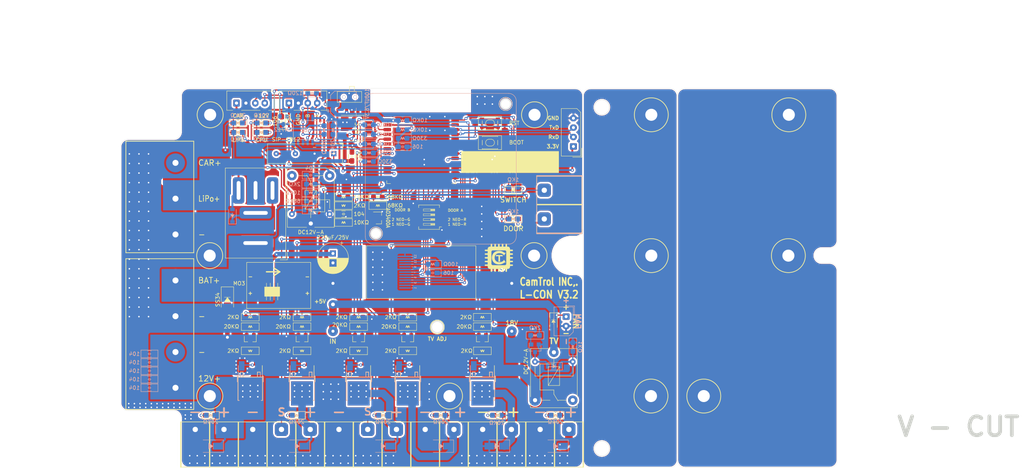
<source format=kicad_pcb>
(kicad_pcb (version 20240108) (generator "pcbnew") (generator_version "8.0")
  (layers (0 "F.Cu" signal) (31 "B.Cu" signal) (34 "B.Paste" user) (35 "F.Paste" user) (36 "B.SilkS" user "B.Silkscreen") (37 "F.SilkS" user "F.Silkscreen") (38 "B.Mask" user) (39 "F.Mask" user) (44 "Edge.Cuts" user))
  (net 0 "")
  (net 1 "GNDPWR")
  (net 2 "EN")
  (net 3 "Net-(D5-K)")
  (net 4 "Net-(C11-Pad1)")
  (net 5 "Net-(D1-A)")
  (net 6 "Net-(D2-A)")
  (net 7 "Net-(D3-K)")
  (net 8 "Net-(D6-A)")
  (net 9 "+12P")
  (net 10 "Net-(U2-IO_10)")
  (net 11 "Net-(J1-Pin_1)")
  (net 12 "RxD0")
  (net 13 "TxD0")
  (net 14 "Net-(Q1-Gate)")
  (net 15 "Net-(Q3-B)")
  (net 16 "Net-(R3-Pad2)")
  (net 17 "BOOT")
  (net 18 "+5V")
  (net 19 "NEO_1")
  (net 20 "SDA")
  (net 21 "SCL")
  (net 22 "3V3")
  (net 23 "Net-(D7-A)")
  (net 24 "Net-(D8-A)")
  (net 25 "Net-(D9-K)")
  (net 26 "Net-(D10-A)")
  (net 27 "Net-(D11-A)")
  (net 28 "Net-(D12-K)")
  (net 29 "Net-(D13-K)")
  (net 30 "Net-(D16-A)")
  (net 31 "Net-(D17-A)")
  (net 32 "BAT +")
  (net 34 "Net-(Q5-C)")
  (net 35 "Net-(Q5-B)")
  (net 36 "Net-(Q10-Gate)")
  (net 37 "Net-(Q8-B)")
  (net 38 "Net-(Q12-Gate)")
  (net 39 "Net-(Q9-B)")
  (net 40 "Net-(Q17-B)")
  (net 41 "/+")
  (net 42 "TV")
  (net 43 "SWITCH")
  (net 44 "Net-(D19-K)")
  (net 45 "FLOOR")
  (net 47 "LED_1")
  (net 48 "LED_2")
  (net 49 "LED_3")
  (net 50 "LED_4")
  (net 51 "Net-(C13-Pad1)")
  (net 52 "NEO_2")
  (net 53 "Net-(J3-Pin_2)")
  (net 54 "Net-(U2-IO_09)")
  (net 55 "Net-(U2-IO_12)")
  (net 56 "Net-(D15-K)")
  (net 57 "Net-(D15-A)")
  (net 58 "Net-(D21-A)")
  (net 59 "Net-(H1-Pad1)")
  (net 60 "Net-(H10-Pad1)")
  (net 61 "/485-B")
  (net 62 "/485-A")
  (net 63 "DI")
  (net 64 "ENABLE")
  (net 65 "RO")
  (net 66 "TV OUT")
  (net 67 "Net-(J2-Pin_4)")
  (net 68 "Net-(J2-Pin_7)")
  (net 69 "LiPo")
  (net 70 "Net-(D7-K)")
  (net 71 "Net-(J3-Pin_1)")
  (net 72 "DOOR")
  (net 73 "Net-(D23-K)")
  (net 74 "Net-(D23-A)")
  (net 75 "Net-(Q16-G)")
  (net 77 "Net-(U2-IO_11)")
  (net 78 "Net-(D4-K)")
  (net 79 "Net-(ST7735S1-Pin_11)")
  (net 81 "IPS-CS")
  (net 82 "IPS-SDA")
  (net 84 "Net-(SW8-A)")
  (net 85 "Net-(U2-IO_7)")
  (net 86 "IPS-SCL")
  (net 87 "IPS-RESET")
  (net 89 "IPS-RS")
  (net 92 "Net-(D29-K)")
  (net 93 "Net-(D28-A)")
  (net 94 "Net-(Q18-B)")
  (net 95 "Net-(Q18-C)")
  (footprint "Server:XH2.54-4P" (layer "F.Cu") (at 73.635 45.9)
    (property "Reference" "J4" (hide yes))
    (property "Value" "5267-04P" (hide yes))
  )
  (footprint "Server:4010-FAN" (layer "F.Cu") (at 123.99 63.33)
    (property "Reference" "M1" (hide yes))
    (property "Value" "Fan" (hide yes))
    (fp_circle (center -17.2 17.2) (end -15.9 17.2) (stroke (width 0.12)) (fill none) (layer "Edge.Cuts"))
    (fp_circle (center 17.2 -17.2) (end 18.5 -17.2) (stroke (width 0.12)) (fill none) (layer "Edge.Cuts"))
  )
  (footprint "Server.pretty:KF7.62-14P" (layer "F.Cu") (at 62.705 132.51)
    (property "Reference" "J2" (hide yes))
    (property "Value" "Conn_01x14_Pin" (hide yes))
  )
  (footprint "Server.pretty:MountingHole_3.2mm_M3-support" (layer "F.Cu") (at 179.8 86.38)
    (property "Reference" "H10" (hide yes))
    (property "Value" "MH" (hide yes))
  )
  (footprint "Server:SOT-23" (layer "F.Cu") (at 107.525 76.375)
    (property "Reference" "Q16" (hide yes))
    (property "Value" "AO3400A")
  )
  (footprint "Server.pretty:R_0805_HandSoldering" (layer "F.Cu") (at 98.205 77.59 180)
    (property "Reference" "R31" (hide yes))
    (property "Value" "10KΩ")
  )
  (footprint "Server.pretty:LED_0805" (layer "F.Cu") (at 70.25 51.175)
    (property "Reference" "D21" (hide yes))
    (property "Value" "CAR")
  )
  (footprint "Server.pretty:JQC-T78-DC12V-C" (layer "F.Cu") (at 153.975 112.045 -90)
    (property "Reference" "K3" (hide yes))
    (property "Value" "DC12V-A")
  )
  (footprint "Button_Switch_SMD:SW_SPST_CK_RS282G05A3" (layer "F.Cu") (at 137.025 51.24)
    (property "Reference" "SW3" (hide yes))
    (property "Value" "RST")
  )
  (footprint "Button_Switch_SMD:SW_SPST_CK_RS282G05A3" (layer "F.Cu") (at 137.025 56.39)
    (property "Reference" "SW4" (hide yes))
    (property "Value" "BOOT")
  )
  (footprint "Server.pretty:MountingHole_3.2mm_M3-pcb" (layer "F.Cu") (at 62.755 123.65)
    (property "Reference" "H4" (hide yes))
    (property "Value" "MH" (hide yes))
  )
  (footprint "Server.pretty:HB-9500-4P" (layer "F.Cu") (at 53.655 107.2 -90)
    (property "Reference" "J7" (hide yes))
    (property "Value" "5267-04P" (hide yes))
  )
  (footprint "Capacitor_THT:CP_Radial_D8.0mm_P2.50mm" (layer "F.Cu") (at 95.405 85.807349 -90)
    (property "Reference" "C4" (hide yes))
    (property "Value" "220uF/25V")
  )
  (footprint "Server.pretty:TS-3404" (layer "F.Cu") (at 137.025 51.24 90)
    (property "Reference" "SW2" (hide yes))
    (property "Value" "SW_Push" (hide yes))
  )
  (footprint "Server.pretty:MountingHole_3.2mm_M3-support" (layer "F.Cu") (at 179.8 49)
    (property "Reference" "H12" (hide yes))
    (property "Value" "MH" (hide yes))
  )
  (footprint "Server.pretty:MountingHole_3.2mm_M3-support" (layer "F.Cu") (at 216.26 49)
    (property "Reference" "H1" (hide yes))
    (property "Value" "MH" (hide yes))
  )
  (footprint "Server.pretty:R_0805_HandSoldering" (layer "F.Cu") (at 87.2025 105.23 180)
    (property "Reference" "R13" (hide yes))
    (property "Value" "20KΩ")
  )
  (footprint "Server.pretty:R_0805_HandSoldering" (layer "F.Cu") (at 102.2025 105.23 180)
    (property "Reference" "R18" (hide yes))
    (property "Value" "20KΩ")
  )
  (footprint "Server:R_0805_HandSoldering" (layer "F.Cu") (at 135.015 111.65)
    (property "Reference" "R54" (hide yes))
    (property "Value" "2KΩ")
  )
  (footprint "Server.pretty:LED_0805" (layer "F.Cu") (at 123.975 128.75 180)
    (property "Reference" "D11" (hide yes))
    (property "Value" "RED LED" (hide yes))
  )
  (footprint "Server.pretty:R_0805_HandSoldering" (layer "F.Cu") (at 98.205 73.09)
    (property "Reference" "R30" (hide yes))
    (property "Value" "2KΩ")
  )
  (footprint "Server:R_0805_HandSoldering" (layer "F.Cu") (at 135.015 102.73 180)
    (property "Reference" "R52" (hide yes))
    (property "Value" "2KΩ")
  )
  (footprint "Server.pretty:C_0805_HandSoldering" (layer "F.Cu") (at 98.205 75.34)
    (property "Reference" "C11" (hide yes))
    (property "Value" "104")
  )
  (footprint "Server.pretty:R_0805_HandSoldering" (layer "F.Cu") (at 102.2025 111.65)
    (property "Reference" "R20" (hide yes))
    (property "Value" "2KΩ")
  )
  (footprint "Server.pretty:R_0805_HandSoldering" (layer "F.Cu") (at 115.22 105.23 180)
    (property "Reference" "R19" (hide yes))
    (property "Value" "20KΩ")
  )
  (footprint "Server.pretty:R_0805_HandSoldering" (layer "F.Cu") (at 115.22 102.73 180)
    (property "Reference" "R17" (hide yes))
    (property "Value" "2KΩ")
  )
  (footprint "Server:AOD1485" (layer "F.Cu") (at 135.015 120.845 -90)
    (property "Reference" "Q19" (hide yes))
    (property "Value" "AOD4185" (hide yes))
  )
  (footprint "Server.pretty:AOD1485" (layer "F.Cu") (at 87.2075 120.85 -90)
    (property "Reference" "Q6" (hide yes))
    (property "Value" "AOD4185" (hide yes))
  )
  (footprint "Server.pretty:SOT-23" (layer "F.Cu") (at 87.2025 108.48 -90)
    (property "Reference" "Q5" (hide yes))
    (property "Value" "MMBTA42L" (hide yes))
  )
  (footprint "Server.pretty:R_0805_HandSoldering" (layer "F.Cu") (at 107.305 73.09 180)
    (property "Reference" "R33" (hide yes))
    (property "Value" "68KΩ")
  )
  (footprint "Server.pretty:MountingHole_3.2mm_M3-pcb" (layer "F.Cu") (at 148.725 86.38)
    (property "Reference" "H6" (hide yes))
    (property "Value" "MH" (hide yes))
  )
  (footprint "Server.pretty:R_0805_HandSoldering" (layer "F.Cu") (at 87.2025 102.73 180)
    (property "Reference" "R9" (hide yes))
    (property "Value" "2KΩ")
  )
  (footprint "Package_TO_SOT_SMD:SOT-223" (layer "F.Cu") (at 101.675 52.55)
    (property "Reference" "U1" (hide yes))
    (property "Value" "3.3V")
  )
  (footprint "Server.pretty:STEP-UP" (layer "F.Cu") (at 119.325 99.72 90)
    (property "Reference" "MO2" (hide yes))
    (property "Value" "STEP-UP" (hide yes))
    (fp_circle (center -5.61 3.74) (end -5.61 5.24) (stroke (width 0.12)) (fill none) (layer "Edge.Cuts"))
  )
  (footprint "Server.pretty:LED_0805" (layer "F.Cu") (at 70.25 53.675)
    (property "Reference" "D20" (hide yes))
    (property "Value" "LiPo")
  )
  (footprint "Server.pretty:R_0805_HandSoldering" (layer "F.Cu") (at 98.205 70.84 180)
    (property "Reference" "R27" (hide yes))
    (property "Value" "10KΩ")
  )
  (footprint "Server.pretty:TS-3404" (layer "F.Cu") (at 137.025 56.39 90)
    (property "Reference" "SW5" (hide yes))
    (property "Value" "SW_Push" (hide yes))
  )
  (footprint "Server:SOT-23" (layer "F.Cu") (at 135.015 108.48 -90)
    (property "Reference" "Q18" (hide yes))
    (property "Value" "MMBTA42L" (hide yes))
  )
  (footprint "Server.pretty:R_0805_HandSoldering" (layer "F.Cu") (at 73.475 111.65)
    (property "Reference" "R5" (hide yes))
    (property "Value" "2KΩ")
  )
  (footprint "Server.pretty:AOD1485" (layer "F.Cu") (at 115.225 120.85 -90)
    (property "Reference" "Q12" (hide yes))
    (property "Value" "AOD4185" (hide yes))
  )
  (footprint "Server.pretty:Molex_SPOX_5267-04A_1x04_P2.50mm_Vertical" (layer "F.Cu") (at 159.15 53.59 90)
    (property "Reference" "J1" (hide yes))
    (property "Value" "5267-04P" (hide yes))
  )
  (footprint "Server.pretty:LED_0805" (layer "F.Cu") (at 143.205 76.65)
    (property "Reference" "D23" (hide yes))
    (property "Value" "RED LED" (hide yes))
  )
  (footprint "Server.pretty:LED_0805" (layer "F.Cu") (at 76.42 53.675)
    (property "Reference" "D1" (hide yes))
    (property "Value" "CPU")
  )
  (footprint "Server.pretty:R_0805_HandSoldering" (layer "F.Cu") (at 73.475 105.23 180)
    (property "Reference" "R7" (hide yes))
    (property "Value" "20KΩ")
  )
  (footprint "Server.pretty:LED_0805" (layer "F.Cu") (at 108.675 128.75 180)
    (property "Reference" "D10" (hide yes))
    (property "Value" "RED LED" (hide yes))
  )
  (footprint "Server:C_0805_HandSoldering" (layer "F.Cu") (at 100.435 60.05 90)
    (property "Reference" "C12" (hide yes))
    (property "Value" "106")
  )
  (footprint "Server.pretty:SOT-23" (layer "F.Cu") (at 73.475 108.48 -90)
    (property "Reference" "Q3" (hide yes))
    (property "Value" "MMBTA42L" (hide yes))
  )
  (footprint "Server.pretty:C_0805_HandSoldering" (layer "F.Cu") (at 81.825 50.7 -90)
    (property "Reference" "C3" (hide yes))
    (property "Value" "106")
  )
  (footprint "Server.pretty:MountingHole_3.2mm_M3-support" (layer "F.Cu") (at 193.71 123.65)
    (property "Reference" "H8" (hide yes))
    (property "Value" "MH" (hide yes))
  )
  (footprint "Server.pretty:R_0805_HandSoldering" (layer "F.Cu") (at 102.2025 102.73 180)
    (property "Reference" "R16" (hide yes))
    (property "Value" "2KΩ")
  )
  (footprint "Server.pretty:AOD1485" (layer "F.Cu") (at 73.48 120.85 -90)
    (property "Reference" "Q1" (hide yes))
    (property "Value" "AOD4185" (hide yes))
  )
  (footprint "Server.pretty:R_0805_HandSoldering" (layer "F.Cu") (at 115.22 111.65)
    (property "Reference" "R21" (hide yes))
    (property "Value" "2KΩ")
  )
  (footprint "Server.pretty:MountingHole_3.2mm_M3-pcb" (layer "F.Cu") (at 62.725 86.38)
    (property "Reference" "H2" (hide yes))
    (property "Value" "MH" (hide yes))
  )
  (footprint "Server:LED_0805" (layer "F.Cu") (at 139.16 128.75 180)
    (property "Reference" "D28" (hide yes))
    (property "Value" "RED LED" (hide yes))
  )
  (footprint "Server.pretty:logo" (layer "F.Cu") (at 139.4 86.92)
    (property "Reference" "G***" (hide yes))
    (property "Value" "LOGO" (hide yes))
  )
  (footprint "Server.pretty:LED_0805" (layer "F.Cu") (at 85.775 128.75 180)
    (property "Reference" "D8" (hide yes))
    (property "Value" "RED LED" (hide yes))
  )
  (footprint "Server.pretty:AOD1485" (layer "F.Cu") (at 102.2075 120.85 -90)
    (property "Reference" "Q10" (hide yes))
    (property "Value" "AOD4185" (hide yes))
  )
  (footprint "Server.pretty:XH2.54-4P" (layer "F.Cu") (at 87.535 45.9)
    (property "Reference" "J11" (hide yes))
    (property "Value" "5267-04P" (hide yes))
  )
  (footprint "Server.pretty:SOT-23" (layer "F.Cu") (at 115.22 108.48 -90)
    (property "Reference" "Q9" (hide yes))
    (property "Value" "MMBTA42L" (hide yes))
  )
  (footprint "Server.pretty:R_0805_HandSoldering" (layer "F.Cu") (at 107.305 70.84)
    (property "Reference" "R32" (hide yes))
    (property "Value" "68KΩ")
  )
  (footprint "Server.pretty:MountingHole_3.2mm_M3-pcb" (layer "F.Cu") (at 148.845 49)
    (property "Reference" "H5" (hide yes))
    (property "Value" "MH" (hide yes))
  )
  (footprint "Server.pretty:D_SOD-123" (layer "F.Cu") (at 153.865 103.82 -90)
    (property "Reference" "D4" (hide yes))
    (property "Value" "4007" (hide yes))
  )
  (footprint "Server.pretty:LED_0805" (layer "F.Cu") (at 143.205 69.03)
    (property "Reference" "D15" (hide yes))
    (property "Value" "RED LED" (hide yes))
  )
  (footprint "Server.pretty:Relay_SPST_StandexMeder_SIL_Form1A" (layer "F.Cu") (at 95.6075 59.3175 180)
    (property "Reference" "K1" (hide yes))
    (property "Value" "SIP-1B12")
  )
  (footprint "Server.pretty:MountingHole_3.2mm_M3-support" (layer "F.Cu") (at 216.14 86.38)
    (property "Reference" "H9" (hide yes))
    (property "Value" "MH" (hide yes))
  )
  (footprint "Button_Switch_SMD:SW_DIP_SPSTx04_Slide_Copal_CHS-04A_W5.08mm_P1.27mm_JPin" (layer "F.Cu") (at 120.879 76.168 180)
    (property "Reference" "SW7" (hide yes))
    (property "Value" "YSS-1203" (hide yes))
  )
  (footprint "Server.pretty:TZT-SMD" (layer "F.Cu") (at 83.275 96.175)
    (property "Reference" "MO3")
    (property "Value" "MP1584" (hide yes))
  )
  (footprint "Server.pretty:MountingHole_3.2mm_M3-pcb" (layer "F.Cu") (at 62.845 49)
    (property "Reference" "H3" (hide yes))
    (property "Value" "MH" (hide yes))
  )
  (footprint "Server.pretty:D_SMA" (layer "F.Cu") (at 67.415 98.07 -90)
    (property "Reference" "D5" (hide yes))
    (property "Value" "SS34")
  )
  (footprint "Server.pretty:ESP32-S3-PCB" (layer "F.Cu") (at 118.795 57.39)
    (property "Reference" "U2" (hide yes))
    (property "Value" "ESP32-S3-PCB" (hide yes))
  )
  (footprint "Server:Relay_25A" (layer "F.Cu") (at 74.875 83.045 180)
    (property "Reference" "K6" (hide yes))
    (property "Value" "~" (hide yes))
  )
  (footprint "Server.pretty:HB-9500-3P" (layer "F.Cu") (at 53.655 71.26 -90)
    (property "Reference" "J15" (hide yes))
    (property "Value" "Conn_01x03_Pin" (hide yes))
  )
  (footprint "Server.pretty:LED_0805" (layer "F.Cu") (at 62.975 128.75 180)
    (property "Reference" "D2" (hide yes))
    (property "Value" "RED LED" (hide yes))
  )
  (footprint "Server.pretty:R_0805_HandSoldering" (layer "F.Cu") (at 87.2025 111.65)
    (property "Reference" "R14" (hide yes))
    (property "Value" "2KΩ")
  )
  (footprint "Server.pretty:SOT-23" (layer "F.Cu") (at 102.2025 108.48 -90)
    (property "Reference" "Q8" (hide yes))
    (property "Value" "MMBTA42L" (hide yes))
  )
  (footprint "Server.pretty:MountingHole_3.2mm_M3-pcb" (layer "F.Cu") (at 126.295 123.65)
    (property "Reference" "H7" (hide yes))
    (property "Value" "MH" (hide yes))
  )
  (footprint "Server.pretty:MountingHole_3.2mm_M3-support" (layer "F.Cu") (at 179.71 123.65)
    (property "Reference" "He1" (hide yes))
    (property "Value" "MH" (hide yes))
  )
  (footprint "Server.pretty:R_0805_HandSoldering" (layer "F.Cu") (at 73.475 102.73 180)
    (property "Reference" "R8" (hide yes))
    (property "Value" "2KΩ")
  )
  (footprint "Server.pretty:JQC-T78-DC12V-C" (layer "F.Cu") (at 89.525 77.855 90)
    (property "Reference" "K5" (hide yes))
    (property "Value" "DC12V-A")
  )
  (footprint "Server.pretty:LED_0805" (layer "F.Cu") (at 76.42 51.175)
    (property "Reference" "D6" (hide yes))
    (property "Value" "+12V")
  )
  (footprint "Server:R_0805_HandSoldering" (layer "F.Cu") (at 135.015 105.23 180)
    (property "Reference" "R53" (hide yes))
    (property "Value" "20KΩ")
  )
  (footprint "Server:NW3-SK-02" (layer "F.Cu") (at 99.785 44.27)
    (property "Reference" "SW8" (hide yes))
    (property "Value" "NW3-SK-02" (hide yes))
  )
  (footprint "Server.pretty:KF7.62-2P" (layer "F.Cu") (at 151.425 72.84 90)
    (property "Reference" "J3" (hide yes))
    (property "Value" "Conn_01x02_Pin" (hide yes))
  )
  (footprint "Server.pretty:LED_0805" (layer "F.Cu") (at 154.375 128.75 180)
    (property "Reference" "D17" (hide yes))
    (property "Value" "RED LED" (hide yes))
  )
  (footprint "Server.pretty:AOD1485" (layer "B.Cu") (at 73.48 120.85 -90)
    (property "Reference" "Q2" (hide yes))
    (property "Value" "AOD4185" (hide yes))
  )
  (footprint "Server.pretty:R_0805_HandSoldering" (layer "B.Cu") (at 113.865 53)
    (property "Reference" "R2" (hide yes))
    (property "Value" "10KΩ")
  )
  (footprint "Server:C_0805_HandSoldering" (layer "B.Cu") (at 89.51 65.02)
    (property "Reference" "C13" (hide yes))
    (property "Value" "104")
  )
  (footprint "Server.pretty:C_0805_HandSoldering" (layer "B.Cu") (at 113.865 57.5)
    (property "Reference" "C2" (hide yes))
    (property "Value" "106")
  )
  (footprint "Server.pretty:AOD1485" (layer "B.Cu") (at 87.2075 120.85 -90)
    (property "Reference" "Q7" (hide yes))
    (property "Value" "AOD4185" (hide yes))
  )
  (footprint "Server.pretty:R_0805_HandSoldering" (layer "B.Cu") (at 143.195 68.23)
    (property "Reference" "R12" (hide yes))
    (property "Value" "1KΩ")
  )
  (footprint "Server.pretty:R_0805_HandSoldering" (layer "B.Cu") (at 93.075 53.05 -90)
    (property "Reference" "R46" (hide yes))
    (property "Value" "20KΩ")
  )
  (footprint "Server:R_0805_HandSoldering" (layer "B.Cu") (at 89.525 67.42)
    (property "Reference" "R37" (hide yes))
    (property "Value" "2KΩ")
  )
  (footprint "Server.pretty:R_0805_HandSoldering" (layer "B.Cu") (at 85.775 128.75 180)
    (property "Reference" "R15" (hide yes))
    (property "Value" "20KΩ")
  )
  (footprint "Server.pretty:R_0805_HandSoldering" (layer "B.Cu") (at 95.375 53.05 90)
    (property "Reference" "R44" (hide yes))
    (property "Value" "20KΩ")
  )
  (footprint "Server.pretty:D_SOD-123" (layer "B.Cu") (at 153.975 115.75 180)
    (property "Reference" "D16" (hide yes))
    (property "Value" "4007" (hide yes))
  )
  (footprint "Server:ST7735S_IPS" (layer "B.Cu") (at 114.29 90.76 90)
    (property "Reference" "ST7735S1" (hide yes))
    (property "Value" "Conn_01x12_Male" (hide yes))
  )
  (footprint "Server:R_0805_HandSoldering" (layer "B.Cu") (at 89.52 69.67 180)
    (property "Reference" "R38" (hide yes))
    (property "Value" "10KΩ")
  )
  (footprint "Server.pretty:C_0805_HandSoldering" (layer "B.Cu") (at 46.755 112.46)
    (property "Reference" "C10" (hide yes))
    (property "Value" "104")
  )
  (footprint "Server.pretty:R_0805_HandSoldering" (layer "B.Cu") (at 89.875 43.25 180)
    (property "Reference" "R45" (hide yes))
    (property "Value" "120Ω")
  )
  (footprint "Server:C_0805_HandSoldering" (layer "B.Cu") (at 121.83 90.97)
    (property "Reference" "C5" (hide yes))
    (property "Value" "106")
  )
  (footprint "Server.pretty:R_0805_HandSoldering" (layer "B.Cu") (at 113.865 50.5 180)
    (property "Reference" "R4" (hide yes))
    (property "Value" "10KΩ")
  )
  (footprint "Server.pretty:C_0805_HandSoldering" (layer "B.Cu") (at 46.755 121.46)
    (property "Reference" "C6" (hide yes))
    (property "Value" "104")
  )
  (footprint "Server.pretty:D_SMA" (layer "B.Cu") (at 108.675 136.95 180)
    (property "Reference" "D12" (hide yes))
    (property "Value" "4007" (hide yes))
  )
  (footprint "Server.pretty:R_0805_HandSoldering" (layer "B.Cu") (at 70.25 51.175)
    (property "Reference" "R39" (hide yes))
    (property "Value" "20KΩ")
  )
  (footprint "Server.pretty:C_0805_HandSoldering" (layer "B.Cu") (at 46.755 119.21)
    (property "Reference" "C7" (hide yes))
    (property "Value" "104")
  )
  (footprint "Server.pretty:C_0805_HandSoldering" (layer "B.Cu") (at 46.755 114.71)
    (property "Reference" "C9" (hide yes))
    (property "Value" "104")
  )
  (footprint "Server:SOT-23" (layer "B.Cu") (at 82.25 50.45 -90)
    (property "Reference" "D25" (hide yes))
    (property "Value" "SM712")
  )
  (footprint "Server.pretty:D_SOD-123" (layer "B.Cu") (at 68.75 75.75 90)
    (property "Reference" "D7" (hide yes))
    (property "Value" "4007" (hide yes))
  )
  (footprint "Server.pretty:R_0805_HandSoldering" (layer "B.Cu") (at 76.42 51.175)
    (property "Reference" "R10" (hide yes))
    (property "Value" "20KΩ")
  )
  (footprint "Server.pretty:R_0805_HandSoldering" (layer "B.Cu") (at 62.975 128.75 180)
    (property "Reference" "R6" (hide yes))
    (property "Value" "20KΩ")
  )
  (footprint "Server.pretty:AOD1485" (layer "B.Cu") (at 102.2075 120.85 -90)
    (property "Reference" "Q11" (hide yes))
    (property "Value" "AOD4185" (hide yes))
  )
  (footprint "Server.pretty:D_SMA" (layer "B.Cu") (at 85.875 136.95 180)
    (property "Reference" "D9" (hide yes))
    (property "Value" "4007" (hide yes))
  )
  (footprint "Server.pretty:R_0805_HandSoldering" (layer "B.Cu") (at 104.96 61.4)
    (property "Reference" "R26" (hide yes))
    (property "Value" "330Ω")
  )
  (footprint "Server.pretty:R_0805_HandSoldering" (layer "B.Cu") (at 154.375 128.75 180)
    (property "Reference" "R28" (hide yes))
    (property "Value" "20KΩ")
  )
  (footprint "Server.pretty:R_0805_HandSoldering" (layer "B.Cu") (at 104.975 54.2 180)
    (property "Reference" "R42" (hide yes))
    (property "Value" "10KΩ")
  )
  (footprint "Server:R_0805_HandSoldering" (layer "B.Cu") (at 138.84 128.75 180)
    (property "Reference" "R55" (hide yes))
    (property "Value" "20KΩ")
  )
  (footprint "Server:D_SMA" (layer "B.Cu") (at 138.84 136.94 180)
    (property "Reference" "D29" (hide yes))
    (property "Value" "4007" (hide yes))
  )
  (footprint "Server:R_0805_HandSoldering" (layer "B.Cu") (at 121.83 88.66)
    (property "Reference" "R25" (hide yes))
    (property "Value" "100Ω")
  )
  (footprint "Server.pretty:D_SMA" (layer "B.Cu") (at 154.375 136.95 180)
    (property "Reference" "D18" (hide yes))
    (property "Value" "4007" (hide yes))
  )
  (footprint "Server.pretty:D_SMA" (layer "B.Cu") (at 62.975 136.95 180)
    (property "Reference" "D3" (hide yes))
    (property "Value" "4007" (hide yes))
  )
  (footprint "Server.pretty:D_SMA" (layer "B.Cu") (at 123.975 136.95 180)
    (property "Reference" "D13" (hide yes))
    (property "Value" "4007" (hide yes))
  )
  (footprint "Server.pretty:R_0805_HandSoldering" (layer "B.Cu") (at 76.42 53.675)
    (property "Reference" "R1" (hide yes))
    (property "Value" "10KΩ")
  )
  (footprint "Server.pretty:R_0805_HandSoldering" (layer "B.Cu") (at 123.975 128.75 180)
    (property "Reference" "R23" (hide yes))
    (property "Value" "20KΩ")
  )
  (footprint "Server.pretty:R_0805_HandSoldering" (layer "B.Cu") (at 104.975 56.74 180)
    (property "Reference" "R41" (hide yes))
    (property "Value" "10KΩ")
  )
  (footprint "Server.pretty:R_0805_HandSoldering" (layer "B.Cu") (at 148.975 107.55)
    (property "Reference" "R29" (hide yes))
    (property "Value" "2KΩ")
  )
  (footprint "Server.pretty:D_SOD-123" (layer "B.Cu") (at 89.525 74.3)
    (property "Reference" "D19" (hide yes))
    (property "Value" "4007" (hide yes))
  )
  (footprint "Server.pretty:R_0805_HandSoldering" (layer "B.Cu") (at 104.975 51.66 180)
    (property "Reference" "R43" (hide yes))
    (property "Value" "10KΩ")
  )
  (footprint "Server.pretty:R_0805_HandSoldering" (layer "B.Cu") (at 113.865 55.25)
    (property "Reference" "R3" (hide yes))
    (property "Value" "330Ω")
  )
  (footprint "Server:R_0805_HandSoldering" (layer "B.Cu") (at 89.525 71.9)
    (property "Reference" "R47" (hide yes))
    (property "Value" "68KΩ")
  )
  (footprint "Server.pretty:R_0805_HandSoldering" (layer "B.Cu") (at 143.205 76.65)
    (property "Reference" "R48" (hide yes))
    (property "Value" "1KΩ")
  )
  (footprint "Server.pretty:R_0805_HandSoldering" (layer "B.Cu") (at 70.25 53.675)
    (property "Reference" "R35" (hide yes))
    (property "Value" "20KΩ")
  )
  (footprint "Server.pretty:C_0805_HandSoldering" (layer "B.Cu") (at 46.755 116.96)
    (property "Reference" "C8" (hide yes))
    (property "Value" "104")
  )
  (footprint "Server:R_0805_HandSoldering" (layer "B.Cu") (at 158.995 110.62 -90)
    (property "Reference" "R11" (hide yes))
    (property "Value" "1KΩ")
  )
  (footprint "Server:AOD1485" (layer "B.Cu") (at 135.015 120.845 -90)
    (property "Reference" "Q20" (hide yes))
    (property "Value" "AOD4185" (hide yes))
  )
  (footprint "Server.pretty:SOT-23" (layer "B.Cu") (at 148.975 110.95 -90)
    (property "Reference" "Q17" (hide yes))
    (property "Value" "MMBTA42L" (hide yes))
  )
  (footprint "Server.pretty:Molex_SPOX_5267-02A_1x02_P2.50mm_Vertical" (layer "B.Cu") (at 157.215 103.84 -90)
    (property "Reference" "J9" (hide yes))
    (property "Value" "ECH381V-2P" (hide yes))
  )
  (footprint "Server.pretty:R_0805_HandSoldering" (layer "B.Cu") (at 104.96 59.12)
    (property "Reference" "R24" (hide yes))
    (property "Value" "330Ω")
  )
  (footprint "Capacitor_SMD:CP_Elec_6.3x5.3" (layer "B.Cu") (at 98.175 46.15)
    (property "Reference" "C1" (hide yes))
    (property "Value" "100uF/6.3V")
  )
  (footprint "Server.pretty:MAX485" (layer "B.Cu") (at 88.075 53.05 90)
    (property "Reference" "U4" (hide yes))
    (property "Value" "485")
  )
  (footprint "Server.pretty:AOD1485" (layer "B.Cu") (at 115.225 120.85 -90)
    (property "Reference" "Q13" (hide yes))
    (property "Value" "AOD4185" (hide yes))
  )
  (footprint "Server.pretty:R_0805_HandSoldering" (layer "B.Cu") (at 108.675 128.75 180)
    (property "Reference" "R22" (hide yes))
    (property "Value" "20KΩ")
  )
  (gr_rect (start 129.46 58.725) (end 155.22 64.355) (stroke (width 0.15)) (fill solid) (layer "F.SilkS"))
  (gr_arc (start 186.71 44) (mid 187.295786 42.585786) (end 188.71 42) (stroke (width 0.05)) (layer "Edge.Cuts"))
  (gr_line (start 55.145 53.5) (end 55.145 44) (stroke (width 0.05)) (layer "Edge.Cuts"))
  (gr_arc (start 57.145 142.6) (mid 55.730786 142.014214) (end 55.145 140.6) (stroke (width 0.05)) (layer "Edge.Cuts"))
  (gr_arc (start 161.695 140.6) (mid 161.109214 142.014214) (end 159.695 142.6) (stroke (width 0.05)) (layer "Edge.Cuts"))
  (gr_line (start 188.71 42) (end 227.11 42) (stroke (width 0.05)) (layer "Edge.Cuts"))
  (gr_arc (start 163.695 142.6) (mid 162.280786 142.014214) (end 161.695 140.6) (stroke (width 0.05)) (layer "Edge.Cuts"))
  (gr_arc (start 227.11 88.36) (mid 228.524363 88.945854) (end 229.110224 90.360224) (stroke (width 0.05)) (layer "Edge.Cuts"))
  (gr_arc (start 161.695 44) (mid 162.280786 42.585786) (end 163.695 42) (stroke (width 0.05)) (layer "Edge.Cuts"))
  (gr_line (start 53.145 55.5) (end 41.11 55.5) (stroke (width 0.05)) (layer "Edge.Cuts"))
  (gr_arc (start 53.145 127.5) (mid 54.559214 128.085786) (end 55.145 129.5) (stroke (width 0.05)) (layer "Edge.Cuts"))
  (gr_arc (start 229.11 140.6) (mid 228.524214 142.014214) (end 227.11 142.6) (stroke (width 0.05)) (layer "Edge.Cuts"))
  (gr_line (start 53.145 127.5) (end 41.11 127.5) (stroke (width 0.05)) (layer "Edge.Cuts"))
  (gr_rect (start 103.39 83.76) (end 103.89 97.76) (stroke (width 0.05)) (fill none) (layer "Edge.Cuts"))
  (gr_arc (start 158.565 91.34) (mid 153.565 86.34) (end 158.565 81.34) (stroke (width 0.05)) (layer "Edge.Cuts"))
  (gr_arc (start 186.71 140.6) (mid 186.124214 142.014214) (end 184.71 142.6) (stroke (width 0.05)) (layer "Edge.Cuts"))
  (gr_line (start 57.145 142.6) (end 159.695 142.6) (stroke (width 0.05)) (layer "Edge.Cuts"))
  (gr_line (start 186.71 140.6) (end 186.71 44) (stroke (width 0.05)) (layer "Edge.Cuts"))
  (gr_line (start 159.695 91.34) (end 158.565 91.34) (stroke (width 0.05)) (layer "Edge.Cuts"))
  (gr_line (start 163.695 42) (end 184.71 42) (stroke (width 0.05)) (layer "Edge.Cuts"))
  (gr_line (start 57.145 42) (end 159.695 42) (stroke (width 0.05)) (layer "Edge.Cuts"))
  (gr_arc (start 184.71 42) (mid 186.124214 42.585786) (end 186.71 44) (stroke (width 0.05)) (layer "Edge.Cuts"))
  (gr_line (start 39.11 57.5) (end 39.11 125.5) (stroke (width 0.05)) (layer "Edge.Cuts"))
  (gr_line (start 55.145 140.6) (end 55.145 129.5) (stroke (width 0.05)) (layer "Edge.Cuts"))
  (gr_line (start 159.695 81.34) (end 158.565 81.34) (stroke (width 0.05)) (layer "Edge.Cuts"))
  (gr_line (start 229.11 44) (end 229.11 82.359776) (stroke (width 0.05)) (layer "Edge.Cuts"))
  (gr_arc (start 55.145 44) (mid 55.730786 42.585786) (end 57.145 42) (stroke (width 0.05)) (layer "Edge.Cuts"))
  (gr_arc (start 41.11 127.5) (mid 39.695786 126.914214) (end 39.11 125.5) (stroke (width 0.05)) (layer "Edge.Cuts"))
  (gr_line (start 229.11 140.6) (end 229.11 90.36) (stroke (width 0.05)) (layer "Edge.Cuts"))
  (gr_line (start 227.11 84.36) (end 225 84.36) (stroke (width 0.05)) (layer "Edge.Cuts"))
  (gr_line (start 186.71 139) (end 186.71 44) (stroke (width 0.05)) (layer "Edge.Cuts"))
  (gr_arc (start 55.145 53.5) (mid 54.559214 54.914214) (end 53.145 55.5) (stroke (width 0.05)) (layer "Edge.Cuts"))
  (gr_arc (start 229.11 82.359776) (mid 228.524155 83.774155) (end 227.109776 84.36) (stroke (width 0.05)) (layer "Edge.Cuts"))
  (gr_arc (start 225 88.36) (mid 223 86.36) (end 225 84.36) (stroke (width 0.05)) (layer "Edge.Cuts"))
  (gr_arc (start 39.11 57.5) (mid 39.695786 56.085786) (end 41.11 55.5) (stroke (width 0.05)) (layer "Edge.Cuts"))
  (gr_arc (start 161.695 79.34) (mid 161.109214 80.754214) (end 159.695 81.34) (stroke (width 0.05)) (layer "Edge.Cuts"))
  (gr_arc (start 159.695 42) (mid 161.109214 42.585786) (end 161.695 44) (stroke (width 0.05)) (layer "Edge.Cuts"))
  (gr_line (start 161.695 140.6) (end 161.695 44) (stroke (width 0.05)) (layer "Edge.Cuts"))
  (gr_circle (center 166.695 47) (end 168.695 47) (stroke (width 0.1)) (fill none) (layer "Edge.Cuts"))
  (gr_arc (start 159.695 91.34) (mid 161.109214 91.925786) (end 161.695 93.34) (stroke (width 0.05)) (layer "Edge.Cuts"))
  (gr_line (start 163.695 142.6) (end 184.71 142.6) (stroke (width 0.05)) (layer "Edge.Cuts"))
  (gr_arc (start 188.71 142.6) (mid 187.295786 142.014214) (end 186.71 140.6) (stroke (width 0.05)) (layer "Edge.Cuts"))
  (gr_arc (start 227.11 42) (mid 228.524214 42.585786) (end 229.11 44) (stroke (width 0.05)) (layer "Edge.Cuts"))
  (gr_circle (center 166.695 137.57) (end 168.695 137.57) (stroke (width 0.1)) (fill none) (layer "Edge.Cuts"))
  (gr_line (start 227.11 88.36) (end 225 88.36) (stroke (width 0.05)) (layer "Edge.Cuts"))
  (gr_line (start 188.71 142.6) (end 227.11 142.6) (stroke (width 0.05)) (layer "Edge.Cuts"))
  (gr_line (start 188.71 142.6) (end 227.11 142.6) (stroke (width 0.05)) (layer "Edge.Cuts"))
  (gr_text "FAN" (at 159.435 103.81 -90) (layer "B.SilkS") (effects (font (size 1.5 1.5) (thickness 0.3) (bold yes)) (justify bottom mirror)))
  (gr_text "+" (at 157.205 99.13 0) (layer "B.SilkS") (effects (font (size 1.5 1.5) (thickness 0.3) (bold yes)) (justify bottom)))
  (gr_text "-" (at 158.04 109.17 90) (layer "B.SilkS") (effects (font (size 1.5 1.5) (thickness 0.3) (bold yes)) (justify bottom)))
  (gr_text "+5V" (at 83.725 48.675 90) (layer "F.SilkS") (effects (font (size 1 1)) (justify right)))
  (gr_text "TV ADJ" (at 123.065 109.06 0) (layer "F.SilkS") (effects (font (size 1 1) (thickness 0.2) (bold yes)) (justify bottom)))
  (gr_text "L-CON V3.2" (at 144.68 96.72 0) (layer "F.SilkS") (effects (font (size 2 1.7) (thickness 0.375)) (justify left)))
  (gr_text "A" (at 91.225 48.675 90) (layer "F.SilkS") (effects (font (size 1 1)) (justify right)))
  (gr_text "TV" (at 153.975 109.95 0) (layer "F.SilkS") (effects (font (size 1.5 1.5) (thickness 0.3) (bold yes)) (justify bottom)))
  (gr_text "B" (at 88.725 48.675 90) (layer "F.SilkS") (effects (font (size 1 1)) (justify right)))
  (gr_text "FAN" (at 158.905 103.82 -90) (layer "F.SilkS") (effects (font (size 1.5 1.5) (thickness 0.3) (bold yes)) (justify bottom)))
  (gr_text "GND" (at 86.225 48.675 90) (layer "F.SilkS") (effects (font (size 1 1)) (justify right)))
  (gr_text "-" (at 157.205 107.825 0) (layer "F.SilkS") (effects (font (size 1.5 1.5) (thickness 0.3) (bold yes)) (justify bottom)))
  (gr_text "RxD" (at 155.45 54.9 0) (layer "F.SilkS") (effects (font (size 1 1) (thickness 0.2) (bold yes)) (justify right)))
  (gr_text "3.3V" (at 155.45 57.4 0) (layer "F.SilkS") (effects (font (size 1 1) (thickness 0.2) (bold yes)) (justify right)))
  (gr_text "DOOR" (at 146.036905 79.2 0) (layer "F.SilkS") (effects (font (size 1.3 1.3) (thickness 0.2)) (justify right)))
  (gr_text "CamTrol INC,." (at 144.72 93.32 0) (layer "F.SilkS") (effects (font (size 2 1.5) (thickness 0.375)) (justify left)))
  (gr_text "SWITCH" (at 146.872619 71.58 0) (layer "F.SilkS") (effects (font (size 1.3 1.3) (thickness 0.2)) (justify right)))
  (gr_text "TxD" (at 155.45 52.4 0) (layer "F.SilkS") (effects (font (size 1 1) (thickness 0.2) (bold yes)) (justify right)))
  (gr_text "+" (at 157.205 100.825 0) (layer "F.SilkS") (effects (font (size 1.5 1.5) (thickness 0.3) (bold yes)) (justify bottom)))
  (gr_text "+" (at 85.4525 57.5925 0) (layer "F.SilkS") (effects (font (size 1 1))))
  (gr_text "-" (at 90.5325 57.5925 0) (layer "F.SilkS") (effects (font (size 1 1))))
  (gr_text "GND" (at 155.45 49.9 0) (layer "F.SilkS") (effects (font (size 1 1) (thickness 0.2) (bold yes)) (justify right)))
  (gr_text "V - CUT" (at 244.48 134.7 0) (layer "Edge.Cuts") (effects (font (size 5 5) (thickness 1) (bold yes)) (justify left bottom)))
  (segment (start 153.855 105.46) (end 153.865 105.47) (width 0.3) (layer "F.Cu") (net 1))
  (segment (start 156.815 105.47) (end 157.215 105.07) (width 0.3) (layer "F.Cu") (net 1))
  (via (at 101.43 139.48) (size 0.8) (drill 0.4) (layers "F.Cu" "B.Cu") (net 1))
  (via (at 105.98 91.46) (size 0.8) (drill 0.4) (layers "F.Cu" "B.Cu") (net 1))
  (via (at 56.26 129.68) (size 0.8) (drill 0.4) (layers "F.Cu" "B.Cu") (net 1))
  (via (at 120.93 122.47) (size 0.8) (drill 0.4) (layers "F.Cu" "B.Cu") (net 1))
  (via (at 92.85 120.49) (size 0.8) (drill 0.4) (layers "F.Cu" "B.Cu") (net 1))
  (via (at 41.43 64.47) (size 0.8) (drill 0.4) (layers "F.Cu" "B.Cu") (net 1))
  (via (at 134.84 73.31) (size 0.8) (drill 0.4) (layers "F.Cu" "B.Cu") (net 1))
  (via (at 101.43 141.48) (size 0.8) (drill 0.4) (layers "F.Cu" "B.Cu") (net 1))
  (via (at 43.97 82.25) (size 0.8) (drill 0.4) (layers "F.Cu" "B.Cu") (net 1))
  (via (at 43.97 74.63) (size 0.8) (drill 0.4) (layers "F.Cu" "B.Cu") (net 1))
  (via (at 46.51 59.39) (size 0.8) (drill 0.4) (layers "F.Cu" "B.Cu") (net 1))
  (via (at 89.43 139.48) (size 0.8) (drill 0.4) (layers "F.Cu" "B.Cu") (net 1))
  (via (at 41.26 126.66) (size 0.8) (drill 0.4) (layers "F.Cu" "B.Cu") (net 1))
  (via (at 46.51 61.93) (size 0.8) (drill 0.4) (layers "F.Cu" "B.Cu") (net 1))
  (via (at 98.835 76.05) (size 0.8) (drill 0.4) (layers "F.Cu" "B.Cu") (net 1))
  (via (at 135.67 44.16) (size 0.8) (drill 0.4) (layers "F.Cu" "B.Cu") (net 1))
  (via (at 145.635 105.95) (size 0.8) (drill 0.4) (layers "F.Cu" "B.Cu") (net 1))
  (via (at 108.52 95.46) (size 0.8) (drill 0.4) (layers "F.Cu" "B.Cu") (net 1))
  (via (at 94.395 43.14) (size 0.8) (drill 0.4) (layers "F.Cu" "B.Cu") (net 1))
  (via (at 93.43 141.48) (size 0.8) (drill 0.4) (layers "F.Cu" "B.Cu") (net 1))
  (via (at 56.26 126.66) (size 0.8) (drill 0.4) (layers "F.Cu" "B.Cu") (net 1))
  (via (at 89.43 141.48) (size 0.8) (drill 0.4) (layers "F.Cu" "B.Cu") (net 1))
  (via (at 41.43 69.55) (size 0.8) (drill 0.4) (layers "F.Cu" "B.Cu") (net 1))
  (via (at 69.43 139.48) (size 0.8) (drill 0.4) (layers "F.Cu" "B.Cu") (net 1))
  (via (at 44.26 126.66) (size 0.8) (drill 0.4) (layers "F.Cu" "B.Cu") (net 1))
  (via (at 73.43 141.48) (size 0.8) (drill 0.4) (layers "F.Cu" "B.Cu") (net 1))
  (via (at 87.43 139.48) (size 0.8) (drill 0.4) (layers "F.Cu" "B.Cu") (net 1))
  (via (at 105.98 85.46) (size 0.8) (drill 0.4) (layers "F.Cu" "B.Cu") (net 1))
  (via (at 108.52 93.46) (size 0.8) (drill 0.4) (layers "F.Cu" "B.Cu") (net 1))
  (via (at 46.51 72.09) (size 0.8) (drill 0.4) (layers "F.Cu" "B.Cu") (net 1))
  (via (at 57.76 125.66) (size 0.8) (drill 0.4) (layers "F.Cu" "B.Cu") (net 1))
  (via (at 139.57 141.47) (size 0.8) (drill 0.4) (layers "F.Cu" "B.Cu") (net 1))
  (via (at 97.43 139.48) (size 0.8) (drill 0.4) (layers "F.Cu" "B.Cu") (net 1))
  (via (at 98.055 51.01) (size 0.8) (drill 0.4) (layers "F.Cu" "B.Cu") (net 1))
  (via (at 73.43 139.48) (size 0.8) (drill 0.4) (layers "F.Cu" "B.Cu") (net 1))
  (via (at 41.43 84.79) (size 0.8) (drill 0.4) (layers "F.Cu" "B.Cu") (net 1))
  (via (at 134.84 75.31) (size 0.8) (drill 0.4) (layers "F.Cu" "B.Cu") (net 1))
  (via (at 99.43 141.48) (size 0.8) (drill 0.4) (layers "F.Cu" "B.Cu") (net 1))
  (via (at 109.43 139.48) (size 0.8) (drill 0.4) (layers "F.Cu" "B.Cu") (net 1))
  (via (at 50.26 125.66) (size 0.8) (drill 0.4) (layers "F.Cu" "B.Cu") (net 1))
  (via (at 71.43 139.48) (size 0.8) (drill 0.4) (layers "F.Cu" "B.Cu") (net 1))
  (via (at 75.43 139.48) (size 0.8) (drill 0.4) (layers "F.Cu" "B.Cu") (net 1))
  (via (at 81.43 141.48) (size 0.8) (drill 0.4) (layers "F.Cu" "B.Cu") (net 1))
  (via (at 96.85 122.49) (size 0.8) (drill 0.4) (layers "F.Cu" "B.Cu") (net 1))
  (via (at 100.425 47.69) (size 0.8) (drill 0.4) (layers "F.Cu" "B.Cu") (net 1))
  (via (at 43.97 92.41) (size 0.8) (drill 0.4) (layers "F.Cu" "B.Cu") (net 1))
  (via (at 54.76 125.66) (size 0.8) (drill 0.4) (layers "F.Cu" "B.Cu") (net 1))
  (via (at 145.57 139.47) (size 0.8) (drill 0.4) (layers "F.Cu" "B.Cu") (net 1))
  (via (at 43.97 72.09) (size 0.8) (drill 0.4) (layers "F.Cu" "B.Cu") (net 1))
  (via (at 48.76 126.66) (size 0.8) (drill 0.4) (layers "F.Cu" "B.Cu") (net 1))
  (via (at 157.57 141.47) (size 0.8) (drill 0.4) (layers "F.Cu" "B.Cu") (net 1))
  (via (at 57.76 126.66) (size 0.8) (drill 0.4) (layers "F.Cu" "B.Cu") (net 1))
  (via (at 56.26 125.66) (size 0.8) (drill 0.4) (layers "F.Cu" "B.Cu") (net 1))
  (via (at 46.51 74.63) (size 0.8) (drill 0.4) (layers "F.Cu" "B.Cu") (net 1))
  (via (at 43.97 77.17) (size 0.8) (drill 0.4) (layers "F.Cu" "B.Cu") (net 1))
  (via (at 155.57 139.47) (size 0.8) (drill 0.4) (layers "F.Cu" "B.Cu") (net 1))
  (via (at 141.57 139.47) (size 0.8) (drill 0.4) (layers "F.Cu" "B.Cu") (net 1))
  (via (at 157.57 139.47) (size 0.8) (drill 0.4) (layers "F.Cu" "B.Cu") (net 1))
  (via (at 133.67 44.16) (size 0.8) (drill 0.4) (layers "F.Cu" "B.Cu") (net 1))
  (via (at 43.97 61.93) (size 0.8) (drill 0.4) (layers "F.Cu" "B.Cu") (net 1))
  (via (at 91.43 141.48) (size 0.8) (drill 0.4) (layers "F.Cu" "B.Cu") (net 1))
  (via (at 103.43 141.48) (size 0.8) (drill 0.4) (layers "F.Cu" "B.Cu") (net 1))
  (via (at 42.76 125.66) (size 0.8) (drill 0.4) (layers "F.Cu" "B.Cu") (net 1))
  (via (at 137.57 141.47) (size 0.8) (drill 0.4) (layers "F.Cu" "B.Cu") (net 1))
  (via (at 57.76 129.68) (size 0.8) (drill 0.4) (layers "F.Cu" "B.Cu") (net 1))
  (via (at 71.43 141.48) (size 0.8) (drill 0.4) (layers "F.Cu" "B.Cu") (net 1))
  (via (at 46.51 79.71) (size 0.8) (drill 0.4) (layers "F.Cu" "B.Cu") (net 1))
  (via (at 107.43 139.48) (size 0.8) (drill 0.4) (layers "F.Cu" "B.Cu") (net 1))
  (via (at 97.43 141.48) (size 0.8) (drill 0.4) (layers "F.Cu" "B.Cu") (net 1))
  (via (at 46.51 102.57) (size 0.8) (drill 0.4) (layers "F.Cu" "B.Cu") (net 1))
  (via (at 99.43 139.48) (size 0.8) (drill 0.4) (layers "F.Cu" "B.Cu") (net 1))
  (via (at 46.51 100.03) (size 0.8) (drill 0.4) (layers "F.Cu" "B.Cu") (net 1))
  (via (at 41.43 102.57) (size 0.8) (drill 0.4) (layers "F.Cu" "B.Cu") (net 1))
  (via (at 108.52 89.46) (size 0.8) (drill 0.4) (layers "F.Cu" "B.Cu") (net 1))
  (via (at 79.43 141.48) (size 0.8) (drill 0.4) (layers "F.Cu" "B.Cu") (net 1))
  (via (at 79.43 139.48) (size 0.8) (drill 0.4) (layers "F.Cu" "B.Cu") (net 1))
  (via (at 41.43 74.63) (size 0.8) (drill 0.4) (layers "F.Cu" "B.Cu") (net 1))
  (via (at 100.559 57.118) (size 0.8) (drill 0.4) (layers "F.Cu" "B.Cu") (net 1))
  (via (at 134.84 81.31) (size 0.8) (drill 0.4) (layers "F.Cu" "B.Cu") (net 1))
  (via (at 43.97 69.55) (size 0.8) (drill 0.4) (layers "F.Cu" "B.Cu") (net 1))
  (via (at 63.43 139.48) (size 0.8) (drill 0.4) (layers "F.Cu" "B.Cu") (net 1))
  (via (at 120.93 120.47) (size 0.8) (drill 0.4) (layers "F.Cu" "B.Cu") (net 1))
  (via (at 41.43 59.39) (size 0.8) (drill 0.4) (layers "F.Cu" "B.Cu") (net 1))
  (via (at 151.57 141.47) (size 0.8) (drill 0.4) (layers "F.Cu" "B.Cu") (net 1))
  (via (at 98.97 66.16) (size 0.8) (drill 0.4) (layers "F.Cu" "B.Cu") (net 1))
  (via (at 87.43 141.48) (size 0.8) (drill 0.4) (layers "F.Cu" "B.Cu") (net 1))
  (via (at 105.98 95.46) (size 0.8) (drill 0.4) (layers "F.Cu" "B.Cu") (net 1))
  (via (at 41.43 87.33) (size 0.8) (drill 0.4) (layers "F.Cu" "B.Cu") (net 1))
  (via (at 63.43 141.48) (size 0.8) (drill 0.4) (layers "F.Cu" "B.Cu") (net 1))
  (via (at 67.43 139.48) (size 0.8) (drill 0.4) (layers "F.Cu" "B.Cu") (net 1))
  (via (at 120.93 124.47) (size 0.8) (drill 0.4) (layers "F.Cu" "B.Cu") (net 1))
  (via (at 111.43 141.48) (size 0.8) (drill 0.4) (layers "F.Cu" "B.Cu") (net 1))
  (via (at 46.51 67.01) (size 0.8) (drill 0.4) (layers "F.Cu" "B.Cu") (net 1))
  (via (at 43.97 64.47) (size 0.8) (drill 0.4) (layers "F.Cu" "B.Cu") (net 1))
  (via (at 99.695 43.33) (size 0.8) (drill 0.4) (layers "F.Cu" "B.Cu") (net 1))
  (via (at 105.43 141.48) (size 0.8) (drill 0.4) (layers "F.Cu" "B.Cu") (net 1))
  (via (at 43.97 67.01) (size 0.8) (drill 0.4) (layers "F.Cu" "B.Cu") (net 1))
  (via (at 44.26 125.66) (size 0.8) (drill 0.4) (layers "F.Cu" "B.Cu") (net 1))
  (via (at 147.57 141.47) (size 0.8) (drill 0.4) (layers "F.Cu" "B.Cu") (net 1))
  (via (at 93.92 69.91) (size 0.8) (drill 0.4) (layers "F.Cu" "B.Cu") (net 1))
  (via (at 46.51 89.87) (size 0.8) (drill 0.4) (layers "F.Cu" "B.Cu") (net 1))
  (via (at 56.26 128.68) (size 0.8) (drill 0.4) (layers "F.Cu" "B.Cu") (net 1))
  (via (at 141.57 141.47) (size 0.8) (drill 0.4) (layers "F.Cu" "B.Cu") (net 1))
  (via (at 108.465 74.71) (size 0.8) (drill 0.4) (layers "F.Cu" "B.Cu") (net 1))
  (via (at 91.43 139.48) (size 0.8) (drill 0.4) (layers "F.Cu" "B.Cu") (net 1))
  (via (at 41.43 82.25) (size 0.8) (drill 0.4) (layers "F.Cu" "B.Cu") (net 1))
  (via (at 57.76 128.68) (size 0.8) (drill 0.4) (layers "F.Cu" "B.Cu") (net 1))
  (via (at 50.26 126.66) (size 0.8) (drill 0.4) (layers "F.Cu" "B.Cu") (net 1))
  (via (at 83.43 141.48) (size 0.8) (drill 0.4) (layers "F.Cu" "B.Cu") (net 1))
  (via (at 77.43 139.48) (size 0.8) (drill 0.4) (layers "F.Cu" "B.Cu") (net 1))
  (via (at 46.51 77.17) (size 0.8) (drill 0.4) (layers "F.Cu" "B.Cu") (net 1))
  (via (at 43.97 87.33) (size 0.8) (drill 0.4) (layers "F.Cu" "B.Cu") (net 1))
  (via (at 81.675 54.075) (size 0.8) (drill 0.4) (layers "F.Cu" "B.Cu") (net 1))
  (via (at 43.97 79.71) (size 0.8) (drill 0.4) (layers "F.Cu" "B.Cu") (net 1))
  (via (at 143.57 141.47) (size 0.8) (drill 0.4) (layers "F.Cu" "B.Cu") (net 1))
  (via (at 45.76 126.66) (size 0.8) (drill 0.4) (layers "F.Cu" "B.Cu") (net 1))
  (via (at 105.695 103.23) (size 0.8) (drill 0.4) (layers "F.Cu" "B.Cu") (net 1))
  (via (at 85.43 139.48) (size 0.8) (drill 0.4) (layers "F.Cu" "B.Cu") (net 1))
  (via (at 129.57 141.47) (size 0.8) (drill 0.4) (layers "F.Cu" "B.Cu") (net 1))
  (via (at 59.43 141.48) (size 0.8) (drill 0.4) (layers "F.Cu" "B.Cu") (net 1))
  (via (at 133.67 46.16) (size 0.8) (drill 0.4) (layers "F.Cu" "B.Cu") (net 1))
  (via (at 137.67 44.16) (size 0.8) (drill 0.4) (layers "F.Cu" "B.Cu") (net 1))
  (via (at 61.43 141.48) (size 0.8) (drill 0.4) (layers "F.Cu" "B.Cu") (net 1))
  (via (at 54.76 126.66) (size 0.8) (drill 0.4) (layers "F.Cu" "B.Cu") (net 1))
  (via (at 125.065 49.49) (size 0.8) (drill 0.4) (layers "F.Cu" "B.Cu") (net 1))
  (via (at 119.6 60.86) (size 0.8) (drill 0.4) (layers "F.Cu" "B.Cu") (net 1))
  (via (at 108.52 85.46) (size 0.8) (drill 0.4) (layers "F.Cu" "B.Cu") (net 1))
  (via (at 155.57 141.47) (size 0.8) (drill 0.4) (layers "F.Cu" "B.Cu") (net 1))
  (via (at 41.43 97.49) (size 0.8) (drill 0.4) (layers "F.Cu" "B.Cu") (net 1))
  (via (at 95.43 139.48) (size 0.8) (drill 0.4) (layers "F.Cu" "B.Cu") (net 1))
  (via (at 108.52 87.46) (size 0.8) (drill 0.4) (layers "F.Cu" "B.Cu") (net 1))
  (via (at 47.26 125.66) (size 0.8) (drill 0.4) (layers "F.Cu" "B.Cu") (net 1))
  (via (at 134.84 79.31) (size 0.8) (drill 0.4) (layers "F.Cu" "B.Cu") (net 1))
  (via (at 43.97 89.87) (size 0.8) (drill 0.4) (layers "F.Cu" "B.Cu") (net 1))
  (via (at 65.43 141.48) (size 0.8) (drill 0.4) (layers "F.Cu" "B.Cu") (net 1))
  (via (at 100.335 55.36) (size 0.8) (drill 0.4) (layers "F.Cu" "B.Cu") (net 1))
  (via (at 92.85 124.49) (size 0.8) (drill 0.4) (layers "F.Cu" "B.Cu") (net 1))
  (via (at 51.76 126.66) (size 0.8) (drill 0.4) (layers "F.Cu" "B.Cu") (net 1))
  (via (at 147.57 139.47) (size 0.8) (drill 0.4) (layers "F.Cu" "B.Cu") (net 1))
  (via (at 135.57 141.47) (size 0.8) (drill 0.4) (layers "F.Cu" "B.Cu") (net 1))
  (via (at 95.43 141.48) (size 0.8) (drill 0.4) (layers "F.Cu" "B.Cu") (net 1))
  (via (at 85.43 141.48) (size 0.8) (drill 0.4) (layers "F.Cu" "B.Cu") (net 1))
  (via (at 41.43 79.71) (size 0.8) (drill 0.4) (layers "F.Cu" "B.Cu") (net 1))
  (via (at 109.43 141.48) (size 0.8) (drill 0.4) (layers "F.Cu" "B.Cu") (net 1))
  (via (at 43.97 97.49) (size 0.8) (drill 0.4) (layers "F.Cu" "B.Cu") (net 1))
  (via (at 148.435 105.85) (size 0.8) (drill 0.4) (layers "F.Cu" "B.Cu") (net 1))
  (via (at 135.67 46.16) (size 0.8) (drill 0.4) (layers "F.Cu" "B.Cu") (net 1))
  (via (at 96.85 120.49) (size 0.8) (drill 0.4) (layers "F.Cu" "B.Cu") (net 1))
  (via (at 46.51 92.41) (size 0.8) (drill 0.4) (layers "F.Cu" "B.Cu") (net 1))
  (via (at 96.85 124.49) (size 0.8) (drill 0.4) (layers "F.Cu" "B.Cu") (net 1))
  (via (at 131.57 141.47) (size 0.8) (drill 0.4) (layers "F.Cu" "B.Cu") (net 1))
  (via (at 61.43 139.48) (size 0.8) (drill 0.4) (layers "F.Cu" "B.Cu") (net 1))
  (via (at 116.7 72.51) (size 0.8) (drill 0.4) (layers "F.Cu" "B.Cu") (net 1))
  (via (at 46.51 64.47) (size 0.8) (drill 0.4) (layers "F.Cu" "B.Cu") (net 1))
  (via (at 57.43 139.48) (size 0.8) (drill 0.4) (layers "F.Cu" "B.Cu") (net 1))
  (via (at 45.76 125.66) (size 0.8) (drill 0.4) (layers "F.Cu" "B.Cu") (net 1))
  (via (at 103.43 139.48) (size 0.8) (drill 0.4) (layers "F.Cu" "B.Cu") (net 1))
  (via (at 139.57 139.47) (size 0.8) (drill 0.4) (layers "F.Cu" "B.Cu") (net 1))
  (via (at 41.43 67.01) (size 0.8) (drill 0.4) (layers "F.Cu" "B.Cu") (net 1))
  (via (at 75.43 141.48) (size 0.8) (drill 0.4) (layers "F.Cu" "B.Cu") (net 1))
  (via (at 59.43 139.48) (size 0.8) (drill 0.4) (layers "F.Cu" "B.Cu") (net 1))
  (via (at 81.43 139.48) (size 0.8) (drill 0.4) (layers "F.Cu" "B.Cu") (net 1))
  (via (at 51.76 125.66) (size 0.8) (drill 0.4) (layers "F.Cu" "B.Cu") (net 1))
  (via (at 43.97 84.79) (size 0.8) (drill 0.4) (layers "F.Cu" "B.Cu") (net 1))
  (via (at 99.095 51.02) (size 0.8) (drill 0.4) (layers "F.Cu" "B.Cu") (net 1))
  (via (at 41.43 89.87) (size 0.8) (drill 0.4) (layers "F.Cu" "B.Cu") (net 1))
  (via (at 134.84 77.31) (size 0.8) (drill 0.4) (layers "F.Cu" "B.Cu") (net 1))
  (via (at 131.57 139.47) (size 0.8) (drill 0.4) (layers "F.Cu" "B.Cu") (net 1))
  (via (at 47.26 126.66) (size 0.8) (drill 0.4) (layers "F.Cu" "B.Cu") (net 1))
  (via (at 46.51 69.55) (size 0.8) (drill 0.4) (layers "F.Cu" "B.Cu") (net 1))
  (via (at 83.43 139.48) (size 0.8) (drill 0.4) (layers "F.Cu" "B.Cu") (net 1))
  (via (at 94.85 124.49) (size 0.8) (drill 0.4) (layers "F.Cu" "B.Cu") (net 1))
  (via (at 65.43 139.48) (size 0.8) (drill 0.4) (layers "F.Cu" "B.Cu") (net 1))
  (via (at 121.065 49.49) (size 0.8) (drill 0.4) (layers "F.Cu" "B.Cu") (net 1))
  (via (at 135.57 139.47) (size 0.8) (drill 0.4) (layers "F.Cu" "B.Cu") (net 1))
  (via (at 41.43 100.03) (size 0.8) (drill 0.4) (layers "F.Cu" "B.Cu") (net 1))
  (via (at 95.055 50.14) (size 0.8) (drill 0.4) (layers "F.Cu" "B.Cu") (net 1))
  (via (at 119.61 62.24) (size 0.8) (drill 0.4) (layers "F.Cu" "B.Cu") (net 1))
  (via (at 105.98 89.46) (size 0.8) (drill 0.4) (layers "F.Cu" "B.Cu") (net 1))
  (via (at 42.76 126.66) (size 0.8) (drill 0.4) (layers "F.Cu" "B.Cu") (net 1))
  (via (at 149.57 139.47) (size 0.8) (drill 0.4) (layers "F.Cu" "B.Cu") (net 1))
  (via (at 121.085 53.13) (size 0.8) (drill 0.4) (layers "F.Cu" "B.Cu") (net 1))
  (via (at 41.43 92.41) (size 0.8) (drill 0.4) (layers "F.Cu" "B.Cu") (net 1))
  (via (at 53.26 125.66) (size 0.8) (drill 0.4) (layers "F.Cu" "B.Cu") (net 1))
  (via (at 133.57 141.47) (size 0.8) (drill 0.4) (layers "F.Cu" "B.Cu") (net 1))
  (via (at 43.97 100.03) (size 0.8) (drill 0.4) (layers "F.Cu" "B.Cu") (net 1))
  (via (at 41.26 125.66) (size 0.8) (drill 0.4) (layers "F.Cu" "B.Cu") (net 1))
  (via (at 108.52 91.46) (size 0.8) (drill 0.4) (layers "F.Cu" "B.Cu") (net 1))
  (via (at 111.43 139.48) (size 0.8) (drill 0.4) (layers "F.Cu" "B.Cu") (net 1))
  (via (at 153.57 139.47) (size 0.8) (drill 0.4) (layers "F.Cu" "B.Cu") (net 1))
  (via (at 57.43 141.48) (size 0.8) (drill 0.4) (layers "F.Cu" "B.Cu") (net 1))
  (via (at 94.85 120.49) (size 0.8) (drill 0.4) (layers "F.Cu" "B.Cu") (net 1))
  (via (at 129.57 139.47) (size 0.8) (drill 0.4) (layers "F.Cu" "B.Cu") (net 1))
  (via (at 41.43 61.93) (size 0.8) (drill 0.4) (layers "F.Cu" "B.Cu") (net 1))
  (via (at 46.51 84.79) (size 0.8) (drill 0.4) (layers "F.Cu" "B.Cu") (net 1))
  (via (at 153.57 141.47) (size 0.8) (drill 0.4) (layers "F.Cu" "B.Cu") (net 1))
  (via (at 149.57 141.47) (size 0.8) (drill 0.4) (layers "F.Cu" "B.Cu") (net 1))
  (via (at 145.57 141.47) (size 0.8) (drill 0.4) (layers "F.Cu" "B.Cu") (net 1))
  (via (at 107.43 141.48) (size 0.8) (drill 0.4) (layers "F.Cu" "B.Cu") (net 1))
  (via (at 46.51 87.33) (size 0.8) (drill 0.4) (layers "F.Cu" "B.Cu") (net 1))
  (via (at 92.85 122.49) (size 0.8) (drill 0.4) (layers "F.Cu" "B.Cu") (net 1))
  (via (at 77.43 141.48) (size 0.8) (drill 0.4) (layers "F.Cu" "B.Cu") (net 1))
  (via (at 125.085 53.13) (size 0.8) (drill 0.4) (layers "F.Cu" "B.Cu") (net 1))
  (via (at 69.43 141.48) (size 0.8) (drill 0.4) (layers "F.Cu" "B.Cu") (net 1))
  (via (at 53.26 126.66) (size 0.8) (drill 0.4) (layers "F.Cu" "B.Cu") (net 1))
  (via (at 124.295 79.58) (size 0.8) (drill 0.4) (layers "F.Cu" "B.Cu") (net 1))
  (via (at 48.76 125.66) (size 0.8) (drill 0.4) (layers "F.Cu" "B.Cu") (net 1))
  (via (at 46.51 94.95) (size 0.8) (drill 0.4) (layers "F.Cu" "B.Cu") (net 1))
  (via (at 67.43 141.48) (size 0.8) (drill 0.4) (layers "F.Cu" "B.Cu") (net 1))
  (via (at 46.51 82.25) (size 0.8) (drill 0.4) (layers "F.Cu" "B.Cu") (net 1))
  (via (at 93.92 72.11) (size 0.8) (drill 0.4) (layers "F.Cu" "B.Cu") (net 1))
  (via (at 92.365 44.35) (size 0.8) (drill 0.4) (layers "F.Cu" "B.Cu") (net 1))
  (via (at 151.57 139.47) (size 0.8) (drill 0.4) (layers "F.Cu" "B.Cu") (net 1))
  (via (at 137.67 46.16) (size 0.8) (drill 0.4) (layers "F.Cu" "B.Cu") (net 1))
  (via (at 94.85 122.49) (size 0.8) (drill 0.4) (layers "F.Cu" "B.Cu") (net 1))
  (via (at 41.43 72.09) (size 0.8) (drill 0.4) (layers "F.Cu" "B.Cu") (net 1))
  (via (at 43.97 102.57) (size 0.8) (drill 0.4) (layers "F.Cu" "B.Cu") (net 1))
  (via (at 46.51 97.49) (size 0.8) (drill 0.4) (layers "F.Cu" "B.Cu") (net 1))
  (via (at 105.98 87.46) (size 0.8) (drill 0.4) (layers "F.Cu" "B.Cu") (net 1))
  (via (at 93.43 139.48) (size 0.8) (drill 0.4) (layers "F.Cu" "B.Cu") (net 1))
  (via (at 41.43 77.17) (size 0.8) (drill 0.4) (layers "F.Cu" "B.Cu") (net 1))
  (via (at 105.43 139.48) (size 0.8) (drill 0.4) (layers "F.Cu" "B.Cu") (net 1))
  (via (at 41.43 94.95) (size 0.8) (drill 0.4) (layers "F.Cu" "B.Cu") (net 1))
  (via (at 143.57 139.47) (size 0.8) (drill 0.4) (layers "F.Cu" "B.Cu") (net 1))
  (via (at 105.98 93.46) (size 0.8) (drill 0.4) (layers "F.Cu" "B.Cu") (net 1))
  (via (at 137.57 139.47) (size 0.8) (drill 0.4) (layers "F.Cu" "B.Cu") (net 1))
  (via (at 133.57 139.47) (size 0.8) (drill 0.4) (layers "F.Cu" "B.Cu") (net 1))
  (via (at 43.97 94.95) (size 0.8) (drill 0.4) (layers "F.Cu" "B.Cu") (net 1))
  (via (at 43.97 59.39) (size 0.8) (drill 0.4) (layers "F.Cu" "B.Cu") (net 1))
  (segment (start 117.13 90.06) (end 117.38 89.81) (width 0.3) (layer "B.Cu") (net 1))
  (segment (start 114.49 90.06) (end 117.13 90.06) (width 0.3) (layer "B.Cu") (net 1))
  (segment (start 128.125 124.04) (end 128.125 125.06) (width 0.3) (layer "B.Cu") (net 1))
  (segment (start 114.49 90.06) (end 111.8 90.06) (width 0.3) (layer "B.Cu") (net 1))
  (segment (start 114.49 86.56) (end 117.18 86.56) (width 0.3) (layer "B.Cu") (net 1))
  (segment (start 128.125 125.06) (end 128.135 125.07) (width 0.3) (layer "B.Cu") (net 1))
  (segment (start 114.49 86.56) (end 111.8 86.56) (width 0.3) (layer "B.Cu") (net 1))
  (segment (start 93.47 74.3) (end 94.525 75.355) (width 0.5) (layer "B.Cu") (net 1))
  (segment (start 111.8 87.27) (end 116.99 87.27) (width 0.3) (layer "B.Cu") (net 1))
  (segment (start 116.99 87.27) (end 117.43 86.83) (width 0.3) (layer "B.Cu") (net 1))
  (segment (start 91.175 74.3) (end 93.47 74.3) (width 0.5) (layer "B.Cu") (net 1))
  (segment (start 127.005 121.8) (end 127.205 122) (width 0.3) (layer "B.Cu") (net 1))
  (segment (start 115.835 51.66) (end 116.235 52.06) (width 0.5) (layer "F.Cu") (net 2))
  (segment (start 116.235 52.06) (end 116.235 52.56) (width 0.5) (layer "F.Cu") (net 2))
  (segment (start 109.795 51.66) (end 115.835 51.66) (width 0.5) (layer "F.Cu") (net 2))
  (via (at 116.235 52.56) (size 0.8) (drill 0.4) (layers "F.Cu" "B.Cu") (net 2))
  (segment (start 112.715 55.25) (end 112.765 55.25) (width 0.5) (layer "B.Cu") (net 2))
  (segment (start 112.715 57.45) (end 112.665 57.5) (width 0.5) (layer "B.Cu") (net 2))
  (segment (start 115.455 52.56) (end 115.015 53) (width 0.5) (layer "B.Cu") (net 2))
  (segment (start 116.235 52.56) (end 115.455 52.56) (width 0.5) (layer "B.Cu") (net 2))
  (segment (start 112.765 55.25) (end 115.015 53) (width 0.5) (layer "B.Cu") (net 2))
  (segment (start 112.715 55.25) (end 112.715 57.45) (width 0.5) (layer "B.Cu") (net 2))
  (segment (start 77.665 96.07) (end 73.485 96.07) (width 1.2) (layer "F.Cu") (net 3))
  (segment (start 67.415 96.07) (end 73.485 96.07) (width 1.2) (layer "F.Cu") (net 3))
  (segment (start 80.455 86.06) (end 78.825 87.69) (width 1.2) (layer "F.Cu") (net 3))
  (segment (start 78.825 87.69) (end 78.825 94.91) (width 1.2) (layer "F.Cu") (net 3))
  (segment (start 78.825 94.91) (end 77.665 96.07) (width 1.2) (layer "F.Cu") (net 3))
  (segment (start 73.485 96.07) (end 73.485 98.545) (width 1.2) (layer "F.Cu") (net 3))
  (via (at 80.455 86.06) (size 0.8) (drill 0.4) (layers "F.Cu" "B.Cu") (net 3))
  (segment (start 95.232349 85.98) (end 95.405 85.807349) (width 1.2) (layer "B.Cu") (net 3))
  (segment (start 80.535 85.98) (end 95.232349 85.98) (width 1.2) (layer "B.Cu") (net 3))
  (segment (start 80.455 86.06) (end 80.535 85.98) (width 1.2) (layer "B.Cu") (net 3))
  (segment (start 97.005 75.34) (end 97.105 75.34) (width 0.3) (layer "F.Cu") (net 4))
  (segment (start 99.355 73.09) (end 99.355 70.84) (width 0.3) (layer "F.Cu") (net 4))
  (segment (start 97.105 75.34) (end 99.355 73.09) (width 0.3) (layer "F.Cu") (net 4))
  (segment (start 97.055 75.39) (end 97.005 75.34) (width 0.3) (layer "F.Cu") (net 4))
  (segment (start 97.055 77.59) (end 97.055 75.39) (width 0.3) (layer "F.Cu") (net 4))
  (segment (start 77.67 53.675) (end 78.66 53.675) (width 0.3) (layer "F.Cu") (net 5))
  (segment (start 78.66 53.675) (end 78.665 53.68) (width 0.3) (layer "F.Cu") (net 5))
  (via (at 78.665 53.68) (size 0.8) (drill 0.4) (layers "F.Cu" "B.Cu") (net 5))
  (segment (start 77.575 53.68) (end 77.57 53.675) (width 0.3) (layer "B.Cu") (net 5))
  (segment (start 78.665 53.68) (end 77.575 53.68) (width 0.3) (layer "B.Cu") (net 5))
  (segment (start 60.475 128.75) (end 61.725 128.75) (width 0.3) (layer "F.Cu") (net 6))
  (via (at 60.475 128.75) (size 0.8) (drill 0.4) (layers "F.Cu" "B.Cu") (net 6))
  (segment (start 61.825 128.75) (end 60.475 128.75) (width 0.3) (layer "B.Cu") (net 6))
  (via (at 71.48 123.85) (size 0.8) (drill 0.4) (layers "F.Cu" "B.Cu") (net 7))
  (via (at 73.48 122.35) (size 0.8) (drill 0.4) (layers "F.Cu" "B.Cu") (net 7))
  (via (at 75.48 122.35) (size 0.8) (drill 0.4) (layers "F.Cu" "B.Cu") (net 7))
  (via (at 71.48 122.35) (size 0.8) (drill 0.4) (layers "F.Cu" "B.Cu") (net 7))
  (via (at 73.48 120.85) (size 0.8) (drill 0.4) (layers "F.Cu" "B.Cu") (net 7))
  (via (at 71.48 120.85) (size 0.8) (drill 0.4) (layers "F.Cu" "B.Cu") (net 7))
  (via (at 75.48 120.85) (size 0.8) (drill 0.4) (layers "F.Cu" "B.Cu") (net 7))
  (via (at 73.48 123.85) (size 0.8) (drill 0.4) (layers "F.Cu" "B.Cu") (net 7))
  (via (at 75.48 123.85) (size 0.8) (drill 0.4) (layers "F.Cu" "B.Cu") (net 7))
  (segment (start 66.775 135.15) (end 66.775 132.515) (width 0.5) (layer "B.Cu") (net 7))
  (segment (start 64.975 136.95) (end 66.775 135.15) (width 0.5) (layer "B.Cu") (net 7))
  (segment (start 66.775 132.515) (end 66.78 132.51) (width 0.5) (layer "B.Cu") (net 7))
  (segment (start 78.72 51.175) (end 78.735 51.16) (width 0.3) (layer "F.Cu") (net 8))
  (segment (start 77.67 51.175) (end 78.72 51.175) (width 0.3) (layer "F.Cu") (net 8))
  (via (at 78.735 51.16) (size 0.8) (drill 0.4) (layers "F.Cu" "B.Cu") (net 8))
  (segment (start 78.735 51.16) (end 77.585 51.16) (width 0.3) (layer "B.Cu") (net 8))
  (segment (start 77.585 51.16) (end 77.57 51.175) (width 0.3) (layer "B.Cu") (net 8))
  (segment (start 73.75 51.225) (end 73.75 55.85) (width 0.3) (layer "F.Cu") (net 9))
  (segment (start 86.0525 113.2575) (end 85.72 113.59) (width 0.3) (layer "F.Cu") (net 9))
  (segment (start 101.0525 111.65) (end 101.0525 113.2675) (width 0.3) (layer "F.Cu") (net 9))
  (segment (start 81.75 63.85) (end 81.75 68.14) (width 0.3) (layer "F.Cu") (net 9))
  (segment (start 114.07 111.65) (end 114.07 113.27) (width 0.3) (layer "F.Cu") (net 9))
  (segment (start 67.415 100.07) (end 67.415 108.05) (width 1.2) (layer "F.Cu") (net 9))
  (segment (start 133.87 111.65) (end 133.87 113.27) (width 0.3) (layer "F.Cu") (net 9))
  (segment (start 73.675 51.15) (end 73.75 51.225) (width 0.3) (layer "F.Cu") (net 9))
  (segment (start 114.07 113.27) (end 113.75 113.59) (width 0.3) (layer "F.Cu") (net 9))
  (segment (start 101.0525 113.2675) (end 100.73 113.59) (width 0.3) (layer "F.Cu") (net 9))
  (segment (start 73.75 55.85) (end 81.75 63.85) (width 0.3) (layer "F.Cu") (net 9))
  (segment (start 86.0525 111.65) (end 86.0525 113.2575) (width 0.3) (layer "F.Cu") (net 9))
  (segment (start 83.06 69.45) (end 83.06 107.85) (width 0.3) (layer "F.Cu") (net 9))
  (segment (start 72.325 111.65) (end 72.325 113.285) (width 0.3) (layer "F.Cu") (net 9))
  (segment (start 72.325 113.285) (end 72.02 113.59) (width 0.3) (layer "F.Cu") (net 9))
  (segment (start 133.87 113.27) (end 133.55 113.59) (width 0.3) (layer "F.Cu") (net 9))
  (segment (start 81.75 68.14) (end 83.06 69.45) (width 0.3) (layer "F.Cu") (net 9))
  (via (at 114.455 116.38) (size 0.8) (drill 0.4) (layers "F.Cu" "B.Cu") (net 9))
  (via (at 98.428559 114.38809) (size 0.8) (drill 0.4) (layers "F.Cu" "B.Cu") (net 9))
  (via (at 131.233559 114.38809) (size 0.8) (drill 0.4) (layers "F.Cu" "B.Cu") (net 9))
  (via (at 99.435 117.721733) (size 0.8) (drill 0.4) (layers "F.Cu" "B.Cu") (net 9))
  (via (at 101.428559 114.39) (size 0.8) (drill 0.4) (layers "F.Cu" "B.Cu") (net 9))
  (via (at 111.448559 114.38809) (size 0.8) (drill 0.4) (layers "F.Cu" "B.Cu") (net 9))
  (via (at 83.06 107.85) (size 0.8) (drill 0.4) (layers "F.Cu" "B.Cu") (net 9))
  (via (at 132.24 117.721733) (size 0.8) (drill 0.4) (layers "F.Cu" "B.Cu") (net 9))
  (via (at 84.425 117.721733) (size 0.8) (drill 0.4) (layers "F.Cu" "B.Cu") (net 9))
  (via (at 85.72 113.59) (size 0.8) (drill 0.4) (layers "F.Cu" "B.Cu") (net 9))
  (via (at 67.415 108.05) (size 1.2) (drill 0.8) (layers "F.Cu" "B.Cu") (net 9))
  (via (at 86.425 116.38) (size 0.8) (drill 0.4) (layers "F.Cu" "B.Cu") (net 9))
  (via (at 84.425 113.58) (size 0.8) (drill 0.4) (layers "F.Cu" "B.Cu") (net 9))
  (via (at 72.725 116.38) (size 0.8) (drill 0.4) (layers "F.Cu" "B.Cu") (net 9))
  (via (at 114.455 117.369823) (size 0.8) (drill 0.4) (layers "F.Cu" "B.Cu") (net 9))
  (via (at 83.425 117.369823) (size 0.8) (drill 0.4) (layers "F.Cu" "B.Cu") (net 9))
  (via (at 133.535 113.59) (size 0.8) (drill 0.4) (layers "F.Cu" "B.Cu") (net 9))
  (via (at 132.24 113.58) (size 0.8) (drill 0.4) (layers "F.Cu" "B.Cu") (net 9))
  (via (at 99.435 113.58) (size 0.8) (drill 0.4) (layers "F.Cu" "B.Cu") (net 9))
  (via (at 70.725 117.721733) (size 0.8) (drill 0.4) (layers "F.Cu" "B.Cu") (net 9))
  (via (at 112.455 117.721733) (size 0.8) (drill 0.4) (layers "F.Cu" "B.Cu") (net 9))
  (via (at 85.525 117.721733) (size 0.8) (drill 0.4) (layers "F.Cu" "B.Cu") (net 9))
  (via (at 69.725 117.369823) (size 0.8) (drill 0.4) (layers "F.Cu" "B.Cu") (net 9))
  (via (at 114.448559 114.39) (size 0.8) (drill 0.4) (layers "F.Cu" "B.Cu") (net 9))
  (via (at 71.825 117.721733) (size 0.8) (drill 0.4) (layers "F.Cu" "B.Cu") (net 9))
  (via (at 83.418559 114.38809) (size 0.8) (drill 0.4) (layers "F.Cu" "B.Cu") (net 9))
  (via (at 101.435 117.369823) (size 0.8) (drill 0.4) (layers "F.Cu" "B.Cu") (net 9))
  (via (at 131.24 115.37809) (size 0.8) (drill 0.4) (layers "F.Cu" "B.Cu") (net 9))
  (via (at 98.435 115.37809) (size 0.8) (drill 0.4) (layers "F.Cu" "B.Cu") (net 9))
  (via (at 100.535 117.721733) (size 0.8) (drill 0.4) (layers "F.Cu" "B.Cu") (net 9))
  (via (at 111.455 117.369823) (size 0.8) (drill 0.4) (layers "F.Cu" "B.Cu") (net 9))
  (via (at 98.435 117.369823) (size 0.8) (drill 0.4) (layers "F.Cu" "B.Cu") (net 9))
  (via (at 131.24 116.37809) (size 0.8) (drill 0.4) (layers "F.Cu" "B.Cu") (net 9))
  (via (at 69.725 115.37809) (size 0.8) (drill 0.4) (layers "F.Cu" "B.Cu") (net 9))
  (via (at 111.455 115.37809) (size 0.8) (drill 0.4) (layers "F.Cu" "B.Cu") (net 9))
  (via (at 72.02 113.59) (size 0.8) (drill 0.4) (layers "F.Cu" "B.Cu") (net 9))
  (via (at 112.455 113.58) (size 0.8) (drill 0.4) (layers "F.Cu" "B.Cu") (net 9))
  (via (at 83.425 116.37809) (size 0.8) (drill 0.4) (layers "F.Cu" "B.Cu") (net 9))
  (via (at 86.425 117.369823) (size 0.8) (drill 0.4) (layers "F.Cu" "B.Cu") (net 9))
  (via (at 83.425 115.37809) (size 0.8) (drill 0.4) (layers "F.Cu" "B.Cu") (net 9))
  (via (at 72.725 117.369823) (size 0.8) (drill 0.4) (layers "F.Cu" "B.Cu") (net 9))
  (via (at 72.718559 114.39) (size 0.8) (drill 0.4) (layers "F.Cu" "B.Cu") (net 9))
  (via (at 69.725 116.37809) (size 0.8) (drill 0.4) (layers "F.Cu" "B.Cu") (net 9))
  (via (at 111.455 116.37809) (size 0.8) (drill 0.4) (layers "F.Cu" "B.Cu") (net 9))
  (via (at 134.24 117.369823) (size 0.8) (drill 0.4) (layers "F.Cu" "B.Cu") (net 9))
  (via (at 86.418559 114.39) (size 0.8) (drill 0.4) (layers "F.Cu" "B.Cu") (net 9))
  (via (at 134.233559 114.39) (size 0.8) (drill 0.4) (layers "F.Cu" "B.Cu") (net 9))
  (via (at 100.73 113.59) (size 0.8) (drill 0.4) (layers "F.Cu" "B.Cu") (net 9))
  (via (at 113.75 113.59) (size 0.8) (drill 0.4) (layers "F.Cu" "B.Cu") (net 9))
  (via (at 134.24 116.38) (size 0.8) (drill 0.4) (layers "F.Cu" "B.Cu") (net 9))
  (via (at 70.725 113.58) (size 0.8) (drill 0.4) (layers "F.Cu" "B.Cu") (net 9))
  (via (at 69.718559 114.38809) (size 0.8) (drill 0.4) (layers "F.Cu" "B.Cu") (net 9))
  (via (at 98.435 116.37809) (size 0.8) (drill 0.4) (layers "F.Cu" "B.Cu") (net 9))
  (via (at 113.555 117.721733) (size 0.8) (drill 0.4) (layers "F.Cu" "B.Cu") (net 9))
  (via (at 101.435 116.38) (size 0.8) (drill 0.4) (layers "F.Cu" "B.Cu") (net 9))
  (via (at 133.34 117.721733) (size 0.8) (drill 0.4) (layers "F.Cu" "B.Cu") (net 9))
  (via (at 73.675 51.15) (size 0.8) (drill 0.4) (layers "F.Cu" "B.Cu") (net 9))
  (via (at 131.24 117.369823) (size 0.8) (drill 0.4) (layers "F.Cu" "B.Cu") (net 9))
  (segment (start 73.675 51.15) (end 75.245 51.15) (width 0.3) (layer "B.Cu") (net 9))
  (segment (start 158.975 114.545) (end 158.975 117.22) (width 0.5) (layer "B.Cu") (net 9))
  (segment (start 155.625 114.97) (end 156.05 114.545) (width 0.5) (layer "B.Cu") (net 9))
  (segment (start 148.975 124.745) (end 148.975 120.36) (width 3) (layer "B.Cu") (net 9))
  (segment (start 148.975 120.36) (end 145.455 116.84) (width 3) (layer "B.Cu") (net 9))
  (segment (start 138.787 116.84) (end 137.585 115.638) (width 3) (layer "B.Cu") (net 9))
  (segment (start 158.135 118.06) (end 151.275 118.06) (width 0.5) (layer "B.Cu") (net 9))
  (segment (start 158.995 111.77) (end 158.995 114.525) (width 0.3) (layer "B.Cu") (net 9))
  (segment (start 158.995 114.525) (end 158.975 114.545) (width 0.3) (layer "B.Cu") (net 9))
  (segment (start 151.275 118.06) (end 148.975 120.36) (width 0.5) (layer "B.Cu") (net 9))
  (segment (start 156.05 114.545) (end 158.975 114.545) (width 0.5) (layer "B.Cu") (net 9))
  (segment (start 75.245 51.15) (end 75.27 51.175) (width 0.3) (layer "B.Cu") (net 9))
  (segment (start 145.455 116.84) (end 138.787 116.84) (width 3) (layer "B.Cu") (net 9))
  (segment (start 155.625 115.75) (end 155.625 114.97) (width 0.5) (layer "B.Cu") (net 9))
  (segment (start 158.975 117.22) (end 158.135 118.06) (width 0.5) (layer "B.Cu") (net 9))
  (segment (start 48.025 112.39) (end 47.955 112.46) (width 0.3) (layer "B.Cu") (net 9))
  (segment (start 115.428 76.803) (end 117.029 76.803) (width 0.3) (layer "F.Cu") (net 10))
  (segment (start 114.725 76.1) (end 115.428 76.803) (width 0.3) (layer "F.Cu") (net 10))
  (segment (start 115.625 67.15) (end 115.625 68.66) (width 0.3) (layer "F.Cu") (net 10))
  (segment (start 114.725 69.56) (end 114.725 76.1) (width 0.3) (layer "F.Cu") (net 10))
  (segment (start 115.625 68.66) (end 114.725 69.56) (width 0.3) (layer "F.Cu") (net 10))
  (segment (start 96.575 47.58) (end 97.585 46.57) (width 0.5) (layer "F.Cu") (net 11))
  (segment (start 98.075 62.875) (end 97.125 61.925) (width 0.5) (layer "F.Cu") (net 11))
  (segment (start 97.125 61.925) (end 97.125 56.975) (width 0.5) (layer "F.Cu") (net 11))
  (segment (start 96.575 56.425) (end 96.575 47.58) (width 0.5) (layer "F.Cu") (net 11))
  (segment (start 158.865 57.685) (end 159.15 57.4) (width 0.5) (layer "F.Cu") (net 11))
  (segment (start 158.865 63.69) (end 158.865 57.685) (width 0.5) (layer "F.Cu") (net 11))
  (segment (start 98.075 63.9) (end 98.075 62.875) (width 0.5) (layer "F.Cu") (net 11))
  (segment (start 97.125 56.975) (end 96.575 56.425) (width 0.5) (layer "F.Cu") (net 11))
  (via (at 98.075 63.9) (size 0.8) (drill 0.4) (layers "F.Cu" "B.Cu") (net 11))
  (via (at 158.865 63.69) (size 0.8) (drill 0.4) (layers "F.Cu" "B.Cu") (net 11))
  (segment (start 158.85 63.675) (end 98.3 63.675) (width 0.5) (layer "B.Cu") (net 11))
  (segment (start 158.865 63.69) (end 158.85 63.675) (width 0.5) (layer "B.Cu") (net 11))
  (segment (start 98.3 63.675) (end 98.075 63.9) (width 0.5) (layer "B.Cu") (net 11))
  (segment (start 127.785 54.21) (end 129.085 54.21) (width 0.3) (layer "F.Cu") (net 12))
  (segment (start 129.085 54.21) (end 129.235 54.06) (width 0.3) (layer "F.Cu") (net 12))
  (via (at 129.235 54.06) (size 0.8) (drill 0.4) (layers "F.Cu" "B.Cu") (net 12))
  (segment (start 129.235 54.06) (end 130.035 54.06) (width 0.3) (layer "B.Cu") (net 12))
  (segment (start 130.035 54.06) (end 130.335 53.76) (width 0.3) (layer "B.Cu") (net 12))
  (segment (start 130.335 53.76) (end 158.01 53.76) (width 0.3) (layer "B.Cu") (net 12))
  (segment (start 158.01 53.76) (end 159.15 54.9) (width 0.3) (layer "B.Cu") (net 12))
  (segment (start 129.215 52.94) (end 129.235 52.96) (width 0.3) (layer "F.Cu") (net 13))
  (segment (start 127.785 52.94) (end 129.215 52.94) (width 0.3) (layer "F.Cu") (net 13))
  (via (at 129.235 52.96) (size 0.8) (drill 0.4) (layers "F.Cu" "B.Cu") (net 13))
  (segment (start 159.15 52.4) (end 158.43 53.12) (width 0.3) (layer "B.Cu") (net 13))
  (segment (start 129.395 53.12) (end 129.235 52.96) (width 0.3) (layer "B.Cu") (net 13))
  (segment (start 158.43 53.12) (end 129.395 53.12) (width 0.3) (layer "B.Cu") (net 13))
  (segment (start 74.625 109.84) (end 74.265 109.48) (width 0.3) (layer "F.Cu") (net 14))
  (segment (start 74.625 111.65) (end 74.625 109.84) (width 0.3) (layer "F.Cu") (net 14))
  (segment (start 74.045 115.4) (end 74.625 115.4) (width 0.3) (layer "F.Cu") (net 14))
  (segment (start 75.523 115.4) (end 75.766 115.643) (width 0.3) (layer "F.Cu") (net 14))
  (segment (start 74.625 111.65) (end 74.625 115.4) (width 0.3) (layer "F.Cu") (net 14))
  (segment (start 74.625 115.4) (end 75.523 115.4) (width 0.3) (layer "F.Cu") (net 14))
  (segment (start 74.265 109.48) (end 73.475 109.48) (width 0.3) (layer "F.Cu") (net 14))
  (via (at 74.045 115.4) (size 0.8) (drill 0.4) (layers "F.Cu" "B.Cu") (net 14))
  (segment (start 71.194 115.643) (end 71.437 115.4) (width 0.3) (layer "B.Cu") (net 14))
  (segment (start 71.437 115.4) (end 74.045 115.4) (width 0.3) (layer "B.Cu") (net 14))
  (segment (start 74.425 105.43) (end 74.625 105.23) (width 0.3) (layer "F.Cu") (net 15))
  (segment (start 74.425 107.48) (end 74.425 105.43) (width 0.3) (layer "F.Cu") (net 15))
  (segment (start 74.625 102.73) (end 74.625 105.23) (width 0.3) (layer "F.Cu") (net 15))
  (segment (start 134.925 50.14) (end 134.225 50.14) (width 0.3) (layer "F.Cu") (net 16))
  (segment (start 133.135 54.66) (end 133.125 54.65) (width 0.3) (layer "F.Cu") (net 16))
  (segment (start 139.125 50.14) (end 134.925 50.14) (width 0.3) (layer "F.Cu") (net 16))
  (segment (start 134.225 50.14) (end 133.125 51.24) (width 0.3) (layer "F.Cu") (net 16))
  (segment (start 133.125 54.65) (end 133.125 51.24) (width 0.3) (layer "F.Cu") (net 16))
  (via (at 133.135 54.66) (size 0.8) (drill 0.4) (layers "F.Cu" "B.Cu") (net 16))
  (segment (start 115.015 55.25) (end 115.305 54.96) (width 0.3) (layer "B.Cu") (net 16))
  (segment (start 132.835 54.96) (end 133.135 54.66) (width 0.3) (layer "B.Cu") (net 16))
  (segment (start 115.305 54.96) (end 132.835 54.96) (width 0.3) (layer "B.Cu") (net 16))
  (segment (start 131.865 56.39) (end 133.125 56.39) (width 0.3) (layer "F.Cu") (net 17))
  (segment (start 139.125 55.29) (end 134.925 55.29) (width 0.3) (layer "F.Cu") (net 17))
  (segment (start 134.925 55.29) (end 134.225 55.29) (width 0.3) (layer "F.Cu") (net 17))
  (segment (start 134.225 55.29) (end 133.125 56.39) (width 0.3) (layer "F.Cu") (net 17))
  (segment (start 131.435 51.4) (end 131.435 55.96) (width 0.3) (layer "F.Cu") (net 17))
  (segment (start 127.78 66.51) (end 127.785 66.505) (width 0.3) (layer "F.Cu") (net 17))
  (segment (start 131.435 55.96) (end 131.865 56.39) (width 0.3) (layer "F.Cu") (net 17))
  (segment (start 127.785 66.505) (end 127.785 65.64) (width 0.3) (layer "F.Cu") (net 17))
  (segment (start 133.12 66.51) (end 133.125 66.505) (width 0.3) (layer "F.Cu") (net 17))
  (segment (start 131.185 51.15) (end 131.435 51.4) (width 0.3) (layer "F.Cu") (net 17))
  (segment (start 133.125 66.505) (end 133.125 56.39) (width 0.3) (layer "F.Cu") (net 17))
  (via (at 127.78 66.51) (size 0.8) (drill 0.4) (layers "F.Cu" "B.Cu") (net 17))
  (via (at 131.185 51.15) (size 0.8) (drill 0.4) (layers "F.Cu" "B.Cu") (net 17))
  (via (at 133.12 66.51) (size 0.8) (drill 0.4) (layers "F.Cu" "B.Cu") (net 17))
  (segment (start 131.185 51.15) (end 130.935 50.9) (width 0.3) (layer "B.Cu") (net 17))
  (segment (start 133.11 66.52) (end 127.79 66.52) (width 0.3) (layer "B.Cu") (net 17))
  (segment (start 130.935 50.9) (end 115.415 50.9) (width 0.3) (layer "B.Cu") (net 17))
  (segment (start 133.12 66.51) (end 133.11 66.52) (width 0.3) (layer "B.Cu") (net 17))
  (segment (start 115.415 50.9) (end 115.015 50.5) (width 0.3) (layer "B.Cu") (net 17))
  (segment (start 127.79 66.52) (end 127.78 66.51) (width 0.3) (layer "B.Cu") (net 17))
  (segment (start 92.1 77.425) (end 92.1 83.54) (width 1) (layer "F.Cu") (net 18))
  (segment (start 83.75 52.25) (end 83.725 52.225) (width 0.5) (layer "F.Cu") (net 18))
  (segment (start 70.175 47.675) (end 69.825 47.325) (width 0.5) (layer "F.Cu") (net 18))
  (segment (start 93.065 51.88) (end 93.065 60.11) (width 0.5) (layer "F.Cu") (net 18))
  (segment (start 81.825 49.5) (end 81.825 47.7) (width 0.5) (layer "F.Cu") (net 18))
  (segment (start 69.825 47.325) (end 69.825 45.9) (width 0.5) (layer "F.Cu") (net 18))
  (segment (start 93.055 51.87) (end 93.065 51.88) (width 0.5) (layer "F.Cu") (net 18))
  (segment (start 83.725 45.9) (end 83.725 47.675) (width 0.5) (layer "F.Cu") (net 18))
  (segment (start 93.065 60.11) (end 92.1 61.075) (width 0.5) (layer "F.Cu") (net 18))
  (segment (start 83.75 52.625) (end 83.75 52.25) (width 0.5) (layer "F.Cu") (net 18))
  (segment (start 92.125 88.9) (end 92.1 88.875) (width 1) (layer "F.Cu") (net 18))
  (segment (start 91 74.475) (end 92.1 75.575) (width 1) (layer "F.Cu") (net 18))
  (segment (start 98.55 61.275) (end 100.41 61.275) (width 1) (layer "F.Cu") (net 18))
  (segment (start 83.725 52.225) (end 83.725 45.9) (width 0.5) (layer "F.Cu") (net 18))
  (segment (start 100.41 61.275) (end 100.435 61.25) (width 1) (layer "F.Cu") (net 18))
  (segment (start 92.1 97.875) (end 91.43 98.545) (width 1) (layer "F.Cu") (net 18))
  (segment (start 92.1 61.075) (end 91 62.175) (width 1) (layer "F.Cu") (net 18))
  (segment (start 99.145 54.23) (end 98.525 54.85) (width 0.3) (layer "F.Cu") (net 18))
  (segment (start 93.065 49.79) (end 93.065 51.88) (width 0.5) (layer "F.Cu") (net 18))
  (segment (start 102.655 54.2) (end 102.655 56.75) (width 0.3) (layer "F.Cu") (net 18))
  (segment (start 92.115 51.87) (end 93.055 51.87) (width 0.5) (layer "F.Cu") (net 18))
  (segment (start 91 62.175) (end 91 74.475) (width 1) (layer "F.Cu") (net 18))
  (segment (start 81.825 47.7) (end 81.8 47.675) (width 0.5) (layer "F.Cu") (net 18))
  (segment (start 92.1 75.575) (end 92.1 77.425) (width 1) (layer "F.Cu") (net 18))
  (segment (start 98.525 61.25) (end 98.55 61.275) (width 1) (layer "F.Cu") (net 18))
  (segment (start 99.835 54.23) (end 99.145 54.23) (width 0.3) (layer "F.Cu") (net 18))
  (segment (start 91.43 98.545) (end 88.615 98.545) (width 1) (layer "F.Cu") (net 18))
  (segment (start 83.725 47.675) (end 81.8 47.675) (width 0.5) (layer "F.Cu") (net 18))
  (segment (start 92.1 88.875) (end 92.1 97.875) (width 1) (layer "F.Cu") (net 18))
  (segment (start 98.525 54.85) (end 98.525 61.25) (width 1) (layer "F.Cu") (net 18))
  (segment (start 81.8 47.675) (end 70.175 47.675) (width 0.5) (layer "F.Cu") (net 18))
  (segment (start 102.655 51.66) (end 102.655 54.2) (width 0.3) (layer "F.Cu") (net 18))
  (segment (start 92.1 83.54) (end 92.1 88.875) (width 1) (layer "F.Cu") (net 18))
  (via (at 93.065 49.79) (size 0.8) (drill 0.4) (layers "F.Cu" "B.Cu") (net 18))
  (via (at 102.655 56.75) (size 0.8) (drill 0.4) (layers "F.Cu" "B.Cu") (net 18))
  (via (at 102.655 51.66) (size 0.8) (drill 0.4) (layers "F.Cu" "B.Cu") (net 18))
  (via (at 92.1 61.075) (size 0.8) (drill 0.4) (layers "F.Cu" "B.Cu") (net 18))
  (via (at 99.835 54.23) (size 0.8) (drill 0.4) (layers "F.Cu" "B.Cu") (net 18))
  (via (at 102.655 54.2) (size 0.8) (drill 0.4) (layers "F.Cu" "B.Cu") (net 18))
  (via (at 83.75 52.625) (size 0.8) (drill 0.4) (layers "F.Cu" "B.Cu") (net 18))
  (via (at 98.55 61.275) (size 0.8) (drill 0.4) (layers "F.Cu" "B.Cu") (net 18))
  (via (at 92.115 51.87) (size 0.8) (drill 0.4) (layers "F.Cu" "B.Cu") (net 18))
  (segment (start 92.135 51.85) (end 93.025 51.85) (width 0.5) (layer "B.Cu") (net 18))
  (segment (start 89.15 51.875) (end 88.4 52.625) (width 0.5) (layer "B.Cu") (net 18))
  (segment (start 92.3 61.275) (end 92.1 61.075) (width 1) (layer "B.Cu") (net 18))
  (segment (start 92.115 51.87) (end 92.135 51.85) (width 0.5) (layer "B.Cu") (net 18))
  (segment (start 88.4 52.625) (end 83.75 52.625) (width 0.5) (layer "B.Cu") (net 18))
  (segment (start 103.825 51.66) (end 102.655 51.66) (width 0.3) (layer "B.Cu") (net 18))
  (segment (start 98.55 61.275) (end 92.3 61.275) (width 1) (layer "B.Cu") (net 18))
  (segment (start 89.98 49.875) (end 92.98 49.875) (width 0.5) (layer "B.Cu") (net 18))
  (segment (start 92.11 51.875) (end 89.15 51.875) (width 0.5) (layer "B.Cu") (net 18))
  (segment (start 102.655 56.75) (end 103.815 56.75) (width 0.3) (layer "B.Cu") (net 18))
  (segment (start 102.655 54.2) (end 99.865 54.2) (width 0.3) (layer "B.Cu") (net 18))
  (segment (start 92.115 51.87) (end 92.11 51.875) (width 0.5) (layer "B.Cu") (net 18))
  (segment (start 103.825 54.2) (end 102.655 54.2) (width 0.3) (layer "B.Cu") (net 18))
  (segment (start 93.025 51.85) (end 93.075 51.9) (width 0.5) (layer "B.Cu") (net 18))
  (segment (start 92.98 49.875) (end 93.065 49.79) (width 0.5) (layer "B.Cu") (net 18))
  (segment (start 92.095 51.85) (end 92.115 51.87) (width 0.5) (layer "B.Cu") (net 18))
  (segment (start 103.815 56.75) (end 103.825 56.74) (width 0.3) (layer "B.Cu") (net 18))
  (segment (start 103.825 56.74) (end 103.825 54.2) (width 0.3) (layer "B.Cu") (net 18))
  (segment (start 99.865 54.2) (end 99.835 54.23) (width 0.3) (layer "B.Cu") (net 18))
  (segment (start 111.08 58.01) (end 111.15 58.08) (width 0.3) (layer "F.Cu") (net 19))
  (segment (start 109.795 58.01) (end 111.08 58.01) (width 0.3) (layer "F.Cu") (net 19))
  (via (at 111.15 58.08) (size 0.8) (drill 0.4) (layers "F.Cu" "B.Cu") (net 19))
  (segment (start 107.55 58.08) (end 106.51 59.12) (width 0.3) (layer "B.Cu") (net 19))
  (segment (start 111.15 58.08) (end 107.55 58.08) (width 0.3) (layer "B.Cu") (net 19))
  (segment (start 106.51 59.12) (end 106.11 59.12) (width 0.3) (layer "B.Cu") (net 19))
  (segment (start 111.225 50.39) (end 111.335 50.5) (width 0.5) (layer "F.Cu") (net 22))
  (segment (start 140.445 68.22) (end 140.195 67.97) (width 0.3) (layer "F.Cu") (net 22))
  (segment (start 80.125 42.425) (end 92.9 42.425) (width 0.3) (layer "F.Cu") (net 22))
  (segment (start 140.445 68.22) (end 140.19 68.475) (width 0.3) (layer "F.Cu") (net 22))
  (segment (start 140.2 89.84) (end 140.19 89.83) (width 0.3) (layer "F.Cu") (net 22))
  (segment (start 79.85 42.75) (end 79.85 42.7) (width 0.3) (layer "F.Cu") (net 22))
  (segment (start 92.9 42.425) (end 93.375 42.9) (width 0.3) (layer "F.Cu") (net 22))
  (segment (start 140.19 68.475) (end 140.19 76.65) (width 0.3) (layer "F.Cu") (net 22))
  (segment (start 93.375 42.9) (end 93.375 46.175) (width 0.3) (layer "F.Cu") (net 22))
  (segment (start 79.85 42.7) (end 80.125 42.425) (width 0.3) (layer "F.Cu") (net 22))
  (segment (start 142.785 52.49) (end 142.545 52.25) (width 0.3) (layer "F.Cu") (net 22))
  (segment (start 99.035 46.57) (end 99.025 46.58) (width 0.8) (layer "F.Cu") (net 22))
  (segment (start 140.195 67.27) (end 142.785 64.68) (width 0.3) (layer "F.Cu") (net 22))
  (segment (start 109.795 50.39) (end 111.225 50.39) (width 0.5) (layer "F.Cu") (net 22))
  (segment (start 140.195 67.97) (end 140.195 67.27) (width 0.3) (layer "F.Cu") (net 22))
  (segment (start 99.025 46.58) (end 99.025 48.39) (width 0.8) (layer "F.Cu") (net 22))
  (segment (start 140.19 89.83) (end 140.19 76.65) (width 0.3) (layer "F.Cu") (net 22))
  (segment (start 142.785 64.68) (end 142.785 52.49) (width 0.3) (layer "F.Cu") (net 22))
  (via (at 111.335 50.5) (size 0.8) (drill 0.4) (layers "F.Cu" "B.Cu") (net 22))
  (via (at 140.2 89.84) (size 0.8) (drill 0.4) (layers "F.Cu" "B.Cu") (net 22))
  (via (at 93.375 46.175) (size 0.8) (drill 0.4) (layers "F.Cu" "B.Cu") (net 22))
  (via (at 79.85 42.75) (size 0.8) (drill 0.4) (layers "F.Cu" "B.Cu") (net 22))
  (via (at 140.19 76.65) (size 0.8) (drill 0.4) (layers "F.Cu" "B.Cu") (net 22))
  (via (at 142.545 52.25) (size 0.8) (drill 0.4) (layers "F.Cu" "B.Cu") (net 22))
  (via (at 99.025 48.39) (size 0.8) (drill 0.4) (layers "F.Cu" "B.Cu") (net 22))
  (via (at 140.445 68.22) (size 0.8) (drill 0.4) (layers "F.Cu" "B.Cu") (net 22))
  (segment (start 112.715 51.72) (end 112.715 50.5) (width 0.5) (layer "B.Cu") (net 22))
  (segment (start 142.355 52.06) (end 128.315 52.06) (width 0.3) (layer "B.Cu") (net 22))
  (segment (start 142.035 68.22) (end 142.045 68.23) (width 0.3) (layer "B.Cu") (net 22))
  (segment (start 112.715 50.5) (end 111.335 50.5) (width 1) (layer "B.Cu") (net 22))
  (segment (start 127.955 51.7) (end 112.735 51.7) (width 0.3) (layer "B.Cu") (net 22))
  (segment (start 107.205 48.97) (end 108.735 50.5) (width 1) (layer "B.Cu") (net 22))
  (segment (start 142.055 76.65) (end 140.19 76.65) (width 0.3) (layer "B.Cu") (net 22))
  (segment (start 108.735 50.5) (end 111.335 50.5) (width 1) (layer "B.Cu") (net 22))
  (segment (start 142.545 52.25) (end 142.355 52.06) (width 0.3) (layer "B.Cu") (net 22))
  (segment (start 95.35 46.175) (end 95.375 46.15) (width 0.3) (layer "B.Cu") (net 22))
  (segment (start 140.445 68.22) (end 142.035 68.22) (width 0.3) (layer "B.Cu") (net 22))
  (segment (start 75.27 54.795) (end 75.75 55.275) (width 0.3) (layer "B.Cu") (net 22))
  (segment (start 112.715 53) (end 112.715 51.72) (width 0.5) (layer "B.Cu") (net 22))
  (segment (start 95.375 47.92) (end 96.425 48.97) (width 1) (layer "B.Cu") (net 22))
  (segment (start 79.85 54.425) (end 79.85 42.75) (width 0.3) (layer "B.Cu") (net 22))
  (segment (start 120.63 88.71) (end 120.68 88.66) (width 0.3) (layer "B.Cu") (net 22))
  (segment (start 99.025 48.95) (end 99.005 48.97) (width 1) (layer "B.Cu") (net 22))
  (segment (start 96.425 48.97) (end 99.005 48.97) (width 1) (layer "B.Cu") (net 22))
  (segment (start 93.375 46.175) (end 95.35 46.175) (width 0.3) (layer "B.Cu") (net 22))
  (segment (start 120.63 89.74) (end 120.63 88.71) (width 0.3) (layer "B.Cu") (net 22))
  (segment (start 99.025 48.39) (end 99.025 48.95) (width 1) (layer "B.Cu") (net 22))
  (segment (start 120.63 90.97) (end 120.63 89.74) (width 0.3) (layer "B.Cu") (net 22))
  (segment (start 95.375 46.15) (end 95.375 47.92) (width 1) (layer "B.Cu") (net 22))
  (segment (start 75.27 53.675) (end 75.27 54.795) (width 0.3) (layer "B.Cu") (net 22))
  (segment (start 128.315 52.06) (end 127.955 51.7) (width 0.3) (layer "B.Cu") (net 22))
  (segment (start 79 55.275) (end 79.85 54.425) (width 0.3) (layer "B.Cu") (net 22))
  (segment (start 75.75 55.275) (end 79 55.275) (width 0.3) (layer "B.Cu") (net 22))
  (segment (start 114.49 88.66) (end 120.68 88.66) (width 0.3) (layer "B.Cu") (net 22))
  (segment (start 99.005 48.97) (end 107.205 48.97) (width 1) (layer "B.Cu") (net 22))
  (segment (start 112.735 51.7) (end 112.715 51.72) (width 0.3) (layer "B.Cu") (net 22))
  (segment (start 120.64 89.84) (end 120.63 89.85) (width 0.3) (layer "B.Cu") (net 22))
  (segment (start 140.2 89.84) (end 120.64 89.84) (width 0.3) (layer "B.Cu") (net 22))
  (segment (start 71.1 63) (end 70.375 63.725) (width 0.5) (layer "F.Cu") (net 23))
  (segment (start 78.1 63) (end 71.1 63) (width 0.5) (layer "F.Cu") (net 23))
  (segment (start 70.375 63.725) (end 70.375 69.075) (width 0.5) (layer "F.Cu") (net 23))
  (via (at 78.1 63) (size 0.8) (drill 0.4) (layers "F.Cu" "B.Cu") (net 23))
  (segment (start 78.125 63.025) (end 78.1 63) (width 0.5) (layer "B.Cu") (net 23))
  (segment (start 94.525 65.155) (end 94.525 64.1) (width 0.5) (layer "B.Cu") (net 23))
  (segment (start 68.75 74.1) (end 68.75 70.7) (width 0.5) (layer "B.Cu") (net 23))
  (segment (start 94.525 64.1) (end 93.45 63.025) (width 0.5) (layer "B.Cu") (net 23))
  (segment (start 93.45 63.025) (end 78.125 63.025) (width 0.5) (layer "B.Cu") (net 23))
  (segment (start 68.75 70.7) (end 70.375 69.075) (width 0.5) (layer "B.Cu") (net 23))
  (segment (start 83.375 128.75) (end 84.525 128.75) (width 0.3) (layer "F.Cu") (net 24))
  (via (at 83.375 128.75) (size 0.8) (drill 0.4) (layers "F.Cu" "B.Cu") (net 24))
  (segment (start 84.625 128.75) (end 83.375 128.75) (width 0.3) (layer "B.Cu") (net 24))
  (via (at 89.2075 123.85) (size 0.8) (drill 0.4) (layers "F.Cu" "B.Cu") (net 25))
  (via (at 87.2075 120.85) (size 0.8) (drill 0.4) (layers "F.Cu" "B.Cu") (net 25))
  (via (at 85.2075 122.35) (size 0.8) (drill 0.4) (layers "F.Cu" "B.Cu") (net 25))
  (via (at 85.2075 120.85) (size 0.8) (drill 0.4) (layers "F.Cu" "B.Cu") (net 25))
  (via (at 85.2075 123.85) (size 0.8) (drill 0.4) (layers "F.Cu" "B.Cu") (net 25))
  (via (at 89.2075 122.35) (size 0.8) (drill 0.4) (layers "F.Cu" "B.Cu") (net 25))
  (via (at 87.2075 123.85) (size 0.8) (drill 0.4) (layers "F.Cu" "B.Cu") (net 25))
  (via (at 89.2075 120.85) (size 0.8) (drill 0.4) (layers "F.Cu" "B.Cu") (net 25))
  (via (at 87.2075 122.35) (size 0.8) (drill 0.4) (layers "F.Cu" "B.Cu") (net 25))
  (segment (start 89.675 135.15) (end 89.675 132.545) (width 0.5) (layer "B.Cu") (net 25))
  (segment (start 89.675 132.545) (end 89.64 132.51) (width 0.5) (layer "B.Cu") (net 25))
  (segment (start 87.2075 130.0775) (end 89.64 132.51) (width 2) (layer "B.Cu") (net 25))
  (segment (start 87.875 136.95) (end 89.675 135.15) (width 0.5) (layer "B.Cu") (net 25))
  (segment (start 87.2075 122.95) (end 87.2075 130.0775) (width 2) (layer "B.Cu") (net 25))
  (segment (start 106.275 128.75) (end 107.425 128.75) (width 0.3) (layer "F.Cu") (net 26))
  (via (at 106.275 128.75) (size 0.8) (drill 0.4) (layers "F.Cu" "B.Cu") (net 26))
  (segment (start 107.525 128.75) (end 106.275 128.75) (width 0.3) (layer "B.Cu") (net 26))
  (segment (start 121.575 128.75) (end 122.725 128.75) (width 0.3) (layer "F.Cu") (net 27))
  (via (at 121.575 128.75) (size 0.8) (drill 0.4) (layers "F.Cu" "B.Cu") (net 27))
  (segment (start 122.825 128.75) (end 121.575 128.75) (width 0.3) (layer "B.Cu") (net 27))
  (via (at 102.2075 123.85) (size 0.8) (drill 0.4) (layers "F.Cu" "B.Cu") (net 28))
  (via (at 100.2075 123.85) (size 0.8) (drill 0.4) (layers "F.Cu" "B.Cu") (net 28))
  (via (at 100.2075 122.35) (size 0.8) (drill 0.4) (layers "F.Cu" "B.Cu") (net 28))
  (via (at 102.2075 122.35) (size 0.8) (drill 0.4) (layers "F.Cu" "B.Cu") (net 28))
  (via (at 104.2075 123.85) (size 0.8) (drill 0.4) (layers "F.Cu" "B.Cu") (net 28))
  (via (at 100.2075 120.85) (size 0.8) (drill 0.4) (layers "F.Cu" "B.Cu") (net 28))
  (via (at 104.2075 120.85) (size 0.8) (drill 0.4) (layers "F.Cu" "B.Cu") (net 28))
  (via (at 102.2075 120.85) (size 0.8) (drill 0.4) (layers "F.Cu" "B.Cu") (net 28))
  (via (at 104.2075 122.35) (size 0.8) (drill 0.4) (layers "F.Cu" "B.Cu") (net 28))
  (segment (start 102.2075 122.95) (end 108.675 122.95) (width 2) (layer "B.Cu") (net 28))
  (segment (start 110.675 136.95) (end 111.175 136.95) (width 0.5) (layer "B.Cu") (net 28))
  (segment (start 112.5 135.625) (end 112.5 132.51) (width 0.5) (layer "B.Cu") (net 28))
  (segment (start 110.475 124.75) (end 110.475 130.485) (width 2) (layer "B.Cu") (net 28))
  (segment (start 108.675 122.95) (end 110.475 124.75) (width 2) (layer "B.Cu") (net 28))
  (segment (start 110.475 130.485) (end 112.5 132.51) (width 2) (layer "B.Cu") (net 28))
  (segment (start 111.175 136.95) (end 112.5 135.625) (width 0.5) (layer "B.Cu") (net 28))
  (via (at 115.225 120.85) (size 0.8) (drill 0.4) (layers "F.Cu" "B.Cu") (net 29))
  (via (at 115.225 122.35) (size 0.8) (drill 0.4) (layers "F.Cu" "B.Cu") (net 29))
  (via (at 115.225 123.85) (size 0.8) (drill 0.4) (layers "F.Cu" "B.Cu") (net 29))
  (via (at 117.225 122.35) (size 0.8) (drill 0.4) (layers "F.Cu" "B.Cu") (net 29))
  (via (at 113.225 123.85) (size 0.8) (drill 0.4) (layers "F.Cu" "B.Cu") (net 29))
  (via (at 117.225 120.85) (size 0.8) (drill 0.4) (layers "F.Cu" "B.Cu") (net 29))
  (via (at 113.225 120.85) (size 0.8) (drill 0.4) (layers "F.Cu" "B.Cu") (net 29))
  (via (at 117.225 123.85) (size 0.8) (drill 0.4) (layers "F.Cu" "B.Cu") (net 29))
  (via (at 113.225 122.35) (size 0.8) (drill 0.4) (layers "F.Cu" "B.Cu") (net 29))
  (segment (start 125.125 129.895) (end 127.74 132.51) (width 0.5) (layer "B.Cu") (net 29))
  (segment (start 125.125 128.75) (end 125.125 129.895) (width 0.5) (layer "B.Cu") (net 29))
  (segment (start 118.275 139.65) (end 125.575 139.65) (width 2) (layer "B.Cu") (net 29))
  (segment (start 116.375 137.75) (end 118.275 139.65) (width 2) (layer "B.Cu") (net 29))
  (segment (start 127.275 132.975) (end 127.74 132.51) (width 2) (layer "B.Cu") (net 29))
  (segment (start 115.275 122.95) (end 116.375 124.05) (width 2) (layer "B.Cu") (net 29))
  (segment (start 115.225 122.95) (end 115.275 122.95) (width 2) (layer "B.Cu") (net 29))
  (segment (start 125.575 139.65) (end 127.275 137.95) (width 2) (layer "B.Cu") (net 29))
  (segment (start 127.275 137.95) (end 127.275 132.975) (width 2) (layer "B.Cu") (net 29))
  (segment (start 116.375 124.05) (end 116.375 137.75) (width 2) (layer "B.Cu") (net 29))
  (segment (start 152.325 115.15) (end 151.72 114.545) (width 0.5) (layer "B.Cu") (net 30))
  (segment (start 148.975 111.95) (end 148.975 114.545) (width 0.3) (layer "B.Cu") (net 30))
  (segment (start 151.72 114.545) (end 148.975 114.545) (width 0.5) (layer "B.Cu") (net 30))
  (segment (start 152.325 115.75) (end 152.325 115.15) (width 0.5) (layer "B.Cu") (net 30))
  (segment (start 151.975 128.75) (end 153.125 128.75) (width 0.3) (layer "F.Cu") (net 31))
  (via (at 151.975 128.75) (size 0.8) (drill 0.4) (layers "F.Cu" "B.Cu") (net 31))
  (segment (start 153.225 128.75) (end 151.975 128.75) (width 0.3) (layer "B.Cu") (net 31))
  (segment (start 81.44 73.12) (end 80.41 74.15) (width 0.3) (layer "B.Cu") (net 32))
  (segment (start 80.41 80.84) (end 80.02 81.23) (width 0.3) (layer "B.Cu") (net 32))
  (segment (start 90.675 71.9) (end 90.675 72.695) (width 0.3) (layer "B.Cu") (net 32))
  (segment (start 90.675 72.695) (end 90.25 73.12) (width 0.3) (layer "B.Cu") (net 32))
  (segment (start 80.41 74.15) (end 80.41 80.84) (width 0.3) (layer "B.Cu") (net 32))
  (segment (start 90.25 73.12) (end 81.44 73.12) (width 0.3) (layer "B.Cu") (net 32))
  (segment (start 80.02 81.23) (end 78.15 81.23) (width 0.3) (layer "B.Cu") (net 32))
  (segment (start 87.975 109.48) (end 87.2025 109.48) (width 0.3) (layer "F.Cu") (net 34))
  (segment (start 88.3525 109.8575) (end 87.975 109.48) (width 0.3) (layer "F.Cu") (net 34))
  (segment (start 88.3525 111.65) (end 88.3525 115.4775) (width 0.3) (layer "F.Cu") (net 34))
  (segment (start 88.355 115.48) (end 89.3305 115.48) (width 0.3) (layer "F.Cu") (net 34))
  (segment (start 87.765 115.48) (end 88.355 115.48) (width 0.3) (layer "F.Cu") (net 34))
  (segment (start 88.3525 111.65) (end 88.3525 109.8575) (width 0.3) (layer "F.Cu") (net 34))
  (segment (start 88.3525 115.4775) (end 88.355 115.48) (width 0.3) (layer "F.Cu") (net 34))
  (segment (start 89.3305 115.48) (end 89.4935 115.643) (width 0.3) (layer "F.Cu") (net 34))
  (via (at 87.765 115.48) (size 0.8) (drill 0.4) (layers "F.Cu" "B.Cu") (net 34))
  (segment (start 85.0845 115.48) (end 87.765 115.48) (width 0.3) (layer "B.Cu") (net 34))
  (segment (start 84.9215 115.643) (end 85.0845 115.48) (width 0.3) (layer "B.Cu") (net 34))
  (segment (start 88.1525 105.43) (end 88.3525 105.23) (width 0.3) (layer "F.Cu") (net 35))
  (segment (start 88.3525 102.73) (end 88.3525 105.23) (width 0.3) (layer "F.Cu") (net 35))
  (segment (start 88.1525 107.48) (end 88.1525 105.43) (width 0.3) (layer "F.Cu") (net 35))
  (segment (start 103.3525 109.8275) (end 103.005 109.48) (width 0.3) (layer "F.Cu") (net 36))
  (segment (start 104.2505 115.4) (end 104.4935 115.643) (width 0.3) (layer "F.Cu") (net 36))
  (segment (start 103.345 115.4) (end 104.2505 115.4) (width 0.3) (layer "F.Cu") (net 36))
  (segment (start 103.3525 111.65) (end 103.3525 115.3925) (width 0.3) (layer "F.Cu") (net 36))
  (segment (start 103.005 109.48) (end 102.2025 109.48) (width 0.3) (layer "F.Cu") (net 36))
  (segment (start 103.3525 115.3925) (end 103.345 115.4) (width 0.3) (layer "F.Cu") (net 36))
  (segment (start 102.765 115.4) (end 103.345 115.4) (width 0.3) (layer "F.Cu") (net 36))
  (segment (start 103.3525 111.65) (end 103.3525 109.8275) (width 0.3) (layer "F.Cu") (net 36))
  (via (at 102.765 115.4) (size 0.8) (drill 0.4) (layers "F.Cu" "B.Cu") (net 36))
  (segment (start 99.9215 115.643) (end 100.1645 115.4) (width 0.3) (layer "B.Cu") (net 36))
  (segment (start 100.1645 115.4) (end 102.765 115.4) (width 0.3) (layer "B.Cu") (net 36))
  (segment (start 103.3525 102.73) (end 103.3525 105.23) (width 0.3) (layer "F.Cu") (net 37))
  (segment (start 103.1525 105.43) (end 103.3525 105.23) (width 0.3) (layer "F.Cu") (net 37))
  (segment (start 103.1525 107.48) (end 103.1525 105.43) (width 0.3) (layer "F.Cu") (net 37))
  (segment (start 116.37 111.65) (end 116.37 109.875) (width 0.3) (layer "F.Cu") (net 38))
  (segment (start 116.37 109.875) (end 115.975 109.48) (width 0.3) (layer "F.Cu") (net 38))
  (segment (start 115.975 109.48) (end 115.22 109.48) (width 0.3) (layer "F.Cu") (net 38))
  (segment (start 117.218 115.35) (end 117.511 115.643) (width 0.3) (layer "F.Cu") (net 38))
  (segment (start 116.37 111.65) (end 116.37 115.345) (width 0.3) (layer "F.Cu") (net 38))
  (segment (start 116.37 115.345) (end 116.375 115.35) (width 0.3) (layer "F.Cu") (net 38))
  (segment (start 115.695 115.35) (end 116.375 115.35) (width 0.3) (layer "F.Cu") (net 38))
  (segment (start 116.375 115.35) (end 117.218 115.35) (width 0.3) (layer "F.Cu") (net 38))
  (via (at 115.695 115.35) (size 0.8) (drill 0.4) (layers "F.Cu" "B.Cu") (net 38))
  (segment (start 113.232 115.35) (end 115.695 115.35) (width 0.3) (layer "B.Cu") (net 38))
  (segment (start 112.939 115.643) (end 113.232 115.35) (width 0.3) (layer "B.Cu") (net 38))
  (segment (start 116.17 107.48) (end 116.17 105.43) (width 0.3) (layer "F.Cu") (net 39))
  (segment (start 116.37 102.73) (end 116.37 105.23) (width 0.3) (layer "F.Cu") (net 39))
  (segment (start 116.17 105.43) (end 116.37 105.23) (width 0.3) (layer "F.Cu") (net 39))
  (segment (start 147.825 109.75) (end 148.025 109.95) (width 0.3) (layer "B.Cu") (net 40))
  (segment (start 147.825 107.55) (end 147.825 109.75) (width 0.3) (layer "B.Cu") (net 40))
  (segment (start 77.125 58.55) (end 77.125 60.875) (width 0.3) (layer "B.Cu") (net 41))
  (segment (start 85.4475 59.3175) (end 85.4475 58.6975) (width 0.3) (layer "B.Cu") (net 41))
  (segment (start 84.55 57.8) (end 77.875 57.8) (width 0.3) (layer "B.Cu") (net 41))
  (segment (start 85.4475 58.6975) (end 84.55 57.8) (width 0.3) (layer "B.Cu") (net 41))
  (segment (start 77.875 57.8) (end 77.125 58.55) (width 0.3) (layer "B.Cu") (net 41))
  (segment (start 69.1 53.675) (end 69.1 61.2) (width 0.3) (layer "B.Cu") (net 41))
  (segment (start 125.875 60.95) (end 126.265 60.56) (width 0.3) (layer "F.Cu") (net 42))
  (segment (start 137.88 104.27) (end 137.88 61.14) (width 0.3) (layer "F.Cu") (net 42))
  (segment (start 138.16 104.55) (end 137.88 104.27) (width 0.3) (layer "F.Cu") (net 42))
  (segment (start 137.88 61.14) (end 137.61 60.87) (width 0.3) (layer "F.Cu") (net 42))
  (segment (start 126.265 60.56) (end 127.785 60.56) (width 0.3) (layer "F.Cu") (net 42))
  (via (at 138.16 104.55) (size 0.8) (drill 0.4) (layers "F.Cu" "B.Cu") (net 42))
  (via (at 137.61 60.87) (size 0.8) (drill 0.4) (layers "F.Cu" "B.Cu") (net 42))
  (via (at 125.875 60.95) (size 0.8) (drill 0.4) (layers "F.Cu" "B.Cu") (net 42))
  (segment (start 138.16 104.55) (end 149.435 104.55) (width 0.3) (layer "B.Cu") (net 42))
  (segment (start 137.61 60.87) (end 137.39 60.65) (width 0.3) (layer "B.Cu") (net 42))
  (segment (start 126.175 60.65) (end 125.875 60.95) (width 0.3) (layer "B.Cu") (net 42))
  (segment (start 149.435 104.55) (end 150.125 105.24) (width 0.3) (layer "B.Cu") (net 42))
  (segment (start 150.125 105.24) (end 150.125 107.55) (width 0.3) (layer "B.Cu") (net 42))
  (segment (start 137.39 60.65) (end 126.175 60.65) (width 0.3) (layer "B.Cu") (net 42))
  (segment (start 100.835 77.16) (end 100.405 77.59) (width 0.3) (layer "F.Cu") (net 43))
  (segment (start 100.835 64.615) (end 100.835 77.16) (width 0.3) (layer "F.Cu") (net 43))
  (segment (start 100.875 64.575) (end 100.835 64.615) (width 0.3) (layer "F.Cu") (net 43))
  (segment (start 111.6 64.63) (end 111.33 64.36) (width 0.3) (layer "F.Cu") (net 43))
  (segment (start 111.33 64.36) (end 109.795 64.36) (width 0.3) (layer "F.Cu") (net 43))
  (segment (start 100.405 77.59) (end 99.355 77.59) (width 0.3) (layer "F.Cu") (net 43))
  (via (at 111.6 64.63) (size 0.8) (drill 0.4) (layers "F.Cu" "B.Cu") (net 43))
  (via (at 100.875 64.575) (size 0.8) (drill 0.4) (layers "F.Cu" "B.Cu") (net 43))
  (segment (start 100.925 64.525) (end 100.875 64.575) (width 0.3) (layer "B.Cu") (net 43))
  (segment (start 111.6 64.63) (end 111.495 64.525) (width 0.3) (layer "B.Cu") (net 43))
  (segment (start 111.495 64.525) (end 100.925 64.525) (width 0.3) (layer "B.Cu") (net 43))
  (segment (start 81.6925 59.3175) (end 82.44 60.065) (width 0.5) (layer "F.Cu") (net 44))
  (segment (start 82.44 67.64) (end 84.525 69.725) (width 0.5) (layer "F.Cu") (net 44))
  (segment (start 80.3675 59.3175) (end 81.6925 59.3175) (width 0.5) (layer "F.Cu") (net 44))
  (segment (start 84.525 69.725) (end 84.525 75.355) (width 0.5) (layer "F.Cu") (net 44))
  (segment (start 82.44 60.065) (end 82.44 67.64) (width 0.5) (layer "F.Cu") (net 44))
  (segment (start 87.875 74.3) (end 85.58 74.3) (width 0.5) (layer "B.Cu") (net 44))
  (segment (start 85.58 74.3) (end 84.525 75.355) (width 0.5) (layer "B.Cu") (net 44))
  (segment (start 131.745 85.285) (end 133.865 87.405) (width 0.3) (layer "F.Cu") (net 45))
  (segment (start 131.745 57.56) (end 131.745 85.285) (width 0.3) (layer "F.Cu") (net 45))
  (segment (start 127.785 56.75) (end 130.935 56.75) (width 0.3) (layer "F.Cu") (net 45))
  (segment (start 130.935 56.75) (end 131.745 57.56) (width 0.3) (layer "F.Cu") (net 45))
  (segment (start 133.865 87.405) (end 133.865 102.73) (width 0.3) (layer "F.Cu") (net 45))
  (segment (start 121.935 67.18) (end 121.965 67.15) (width 0.3) (layer "F.Cu") (net 47))
  (segment (start 121.965 69.485) (end 121.965 67.15) (width 0.3) (layer "F.Cu") (net 47))
  (segment (start 72.325 102.73) (end 72.325 101.575) (width 0.3) (layer "F.Cu") (net 47))
  (segment (start 120.55 101.525) (end 120.55 70.9) (width 0.3) (layer "F.Cu") (net 47))
  (segment (start 120.55 70.9) (end 121.965 69.485) (width 0.3) (layer "F.Cu") (net 47))
  (via (at 72.325 101.575) (size 0.8) (drill 0.4) (layers "F.Cu" "B.Cu") (net 47))
  (via (at 120.55 101.525) (size 0.8) (drill 0.4) (layers "F.Cu" "B.Cu") (net 47))
  (segment (start 120.5 101.575) (end 120.55 101.525) (width 0.3) (layer "B.Cu") (net 47))
  (segment (start 72.325 101.575) (end 120.5 101.575) (width 0.3) (layer "B.Cu") (net 47))
  (segment (start 121.335 70.99) (end 123.24 69.085) (width 0.3) (layer "F.Cu") (net 48))
  (segment (start 123.24 69.085) (end 123.24 67.15) (width 0.3) (layer "F.Cu") (net 48))
  (segment (start 121.51 82.69) (end 121.335 82.515) (width 0.3) (layer "F.Cu") (net 48))
  (segment (start 85.875 82.995) (end 85.875 102.5525) (width 0.3) (layer "F.Cu") (net 48))
  (segment (start 85.86 82.98) (end 85.875 82.995) (width 0.3) (layer "F.Cu") (net 48))
  (segment (start 121.335 82.515) (end 121.335 70.99) (width 0.3) (layer "F.Cu") (net 48))
  (segment (start 85.875 102.5525) (end 86.0525 102.73) (width 0.3) (layer "F.Cu") (net 48))
  (via (at 121.51 82.69) (size 0.8) (drill 0.4) (layers "F.Cu" "B.Cu") (net 48))
  (via (at 85.86 82.98) (size 0.8) (drill 0.4) (layers "F.Cu" "B.Cu") (net 48))
  (segment (start 121.24 82.96) (end 121.51 82.69) (width 0.3) (layer "B.Cu") (net 48))
  (segment (start 85.86 82.98) (end 85.88 82.96) (width 0.3) (layer "B.Cu") (net 48))
  (segment (start 85.88 82.96) (end 121.24 82.96) (width 0.3) (layer "B.Cu") (net 48))
  (segment (start 124.505 71.12) (end 124.475 71.15) (width 0.3) (layer "F.Cu") (net 49))
  (segment (start 124.505 67.15) (end 124.505 71.12) (width 0.3) (layer "F.Cu") (net 49))
  (segment (start 101.435 77.46) (end 101.0525 77.8425) (width 0.3) (layer "F.Cu") (net 49))
  (segment (start 101.0525 77.8425) (end 101.0525 102.73) (width 0.3) (layer "F.Cu") (net 49))
  (segment (start 101.435 71.79) (end 101.435 77.46) (width 0.3) (layer "F.Cu") (net 49))
  (segment (start 101.675 71.55) (end 101.435 71.79) (width 0.3) (layer "F.Cu") (net 49))
  (via (at 101.675 71.55) (size 0.8) (drill 0.4) (layers "F.Cu" "B.Cu") (net 49))
  (via (at 124.475 71.15) (size 0.8) (drill 0.4) (layers "F.Cu" "B.Cu") (net 49))
  (segment (start 124.275 70.95) (end 110.175 70.95) (width 0.3) (layer "B.Cu") (net 49))
  (segment (start 124.475 71.15) (end 124.275 70.95) (width 0.3) (layer "B.Cu") (net 49))
  (segment (start 110.175 70.95) (end 109.875 71.25) (width 0.3) (layer "B.Cu") (net 49))
  (segment (start 101.975 71.25) (end 101.675 71.55) (width 0.3) (layer "B.Cu") (net 49))
  (segment (start 109.875 71.25) (end 101.975 71.25) (width 0.3) (layer "B.Cu") (net 49))
  (segment (start 126.035 67.41) (end 125.775 67.15) (width 0.3) (layer "F.Cu") (net 50))
  (segment (start 110.855 83.755) (end 110.855 101.68) (width 0.3) (layer "F.Cu") (net 50))
  (segment (start 111.905 102.73) (end 114.07 102.73) (width 0.3) (layer "F.Cu") (net 50))
  (segment (start 110.855 101.68) (end 111.905 102.73) (width 0.3) (layer "F.Cu") (net 50))
  (segment (start 126.035 83.24) (end 126.035 67.41) (width 0.3) (layer "F.Cu") (net 50))
  (segment (start 110.86 83.75) (end 110.855 83.755) (width 0.3) (layer "F.Cu") (net 50))
  (via (at 110.86 83.75) (size 0.8) (drill 0.4) (layers "F.Cu" "B.Cu") (net 50))
  (via (at 126.035 83.24) (size 0.8) (drill 0.4) (layers "F.Cu" "B.Cu") (net 50))
  (segment (start 125.785 83.49) (end 111.12 83.49) (width 0.3) (layer "B.Cu") (net 50))
  (segment (start 126.035 83.24) (end 125.785 83.49) (width 0.3) (layer "B.Cu") (net 50))
  (segment (start 111.12 83.49) (end 110.86 83.75) (width 0.3) (layer "B.Cu") (net 50))
  (segment (start 88.37 69.67) (end 88.37 67.425) (width 0.3) (layer "B.Cu") (net 51))
  (segment (start 88.375 71.9) (end 88.375 69.675) (width 0.3) (layer "B.Cu") (net 51))
  (segment (start 88.375 65.085) (end 88.31 65.02) (width 0.3) (layer "B.Cu") (net 51))
  (segment (start 88.375 67.42) (end 88.375 65.085) (width 0.3) (layer "B.Cu") (net 51))
  (segment (start 88.375 69.675) (end 88.37 69.67) (width 0.3) (layer "B.Cu") (net 51))
  (segment (start 88.37 67.425) (end 88.375 67.42) (width 0.3) (layer "B.Cu") (net 51))
  (segment (start 109.795 59.28) (end 111.13 59.28) (width 0.3) (layer "F.Cu") (net 52))
  (via (at 111.13 59.28) (size 0.8) (drill 0.4) (layers "F.Cu" "B.Cu") (net 52))
  (segment (start 111.13 59.28) (end 108.26 59.28) (width 0.3) (layer "B.Cu") (net 52))
  (segment (start 106.14 61.4) (end 106.11 61.4) (width 0.3) (layer "B.Cu") (net 52))
  (segment (start 108.26 59.28) (end 106.14 61.4) (width 0.3) (layer "B.Cu") (net 52))
  (segment (start 97.055 69.92) (end 97.055 70.84) (width 0.3) (layer "F.Cu") (net 53))
  (segment (start 95.6075 61.7075) (end 95.6075 59.3175) (width 0.3) (layer "F.Cu") (net 53))
  (segment (start 97.035 70.82) (end 97.055 70.84) (width 0.3) (layer "F.Cu") (net 53))
  (segment (start 97.055 63.155) (end 95.6075 61.7075) (width 0.3) (layer "F.Cu") (net 53))
  (segment (start 97.055 69.92) (end 97.055 63.155) (width 0.3) (layer "F.Cu") (net 53))
  (via (at 97.055 69.92) (size 0.8) (drill 0.4) (layers "F.Cu" "B.Cu") (net 53))
  (segment (start 97.165 70.03) (end 108.08 70.03) (width 0.3) (layer "B.Cu") (net 53))
  (segment (start 108.61 69.5) (end 146.5 69.5) (width 0.3) (layer "B.Cu") (net 53))
  (segment (start 108.08 70.03) (end 108.61 69.5) (width 0.3) (layer "B.Cu") (net 53))
  (segment (start 146.97 69.03) (end 151.425 69.03) (width 0.3) (layer "B.Cu") (net 53))
  (segment (start 146.5 69.5) (end 146.97 69.03) (width 0.3) (layer "B.Cu") (net 53))
  (segment (start 97.055 69.92) (end 97.165 70.03) (width 0.3) (layer "B.Cu") (net 53))
  (segment (start 115.638 78.073) (end 117.029 78.073) (width 0.3) (layer "F.Cu") (net 54))
  (segment (start 114.115 76.55) (end 115.638 78.073) (width 0.3) (layer "F.Cu") (net 54))
  (segment (start 114.115 67.39) (end 114.115 76.55) (width 0.3) (layer "F.Cu") (net 54))
  (segment (start 114.355 67.15) (end 114.115 67.39) (width 0.3) (layer "F.Cu") (net 54))
  (segment (start 118.155 73.97) (end 117.862 74.263) (width 0.25) (layer "F.Cu") (net 55))
  (segment (start 117.862 74.263) (end 117.029 74.263) (width 0.25) (layer "F.Cu") (net 55))
  (segment (start 118.155 67.15) (end 118.155 73.97) (width 0.25) (layer "F.Cu") (net 55))
  (segment (start 143.365 64.97) (end 141.955 66.38) (width 0.3) (layer "F.Cu") (net 56))
  (segment (start 141.955 66.38) (end 141.955 69.03) (width 0.3) (layer "F.Cu") (net 56))
  (segment (start 130.265 50.4) (end 127.785 50.4) (width 0.3) (layer "F.Cu") (net 56))
  (segment (start 143.365 49.78) (end 143.365 64.97) (width 0.3) (layer "F.Cu") (net 56))
  (segment (start 130.675 49.99) (end 130.265 50.4) (width 0.3) (layer "F.Cu") (net 56))
  (segment (start 143.255 49.67) (end 143.365 49.78) (width 0.3) (layer "F.Cu") (net 56))
  (via (at 143.255 49.67) (size 0.8) (drill 0.4) (layers "F.Cu" "B.Cu") (net 56))
  (via (at 130.675 49.99) (size 0.8) (drill 0.4) (layers "F.Cu" "B.Cu") (net 56))
  (segment (start 131.175 49.49) (end 143.075 49.49) (width 0.3) (layer "B.Cu") (net 56))
  (segment (start 143.075 49.49) (end 143.255 49.67) (width 0.3) (layer "B.Cu") (net 56))
  (segment (start 130.675 49.99) (end 131.175 49.49) (width 0.3) (layer "B.Cu") (net 56))
  (segment (start 145.685 68.6) (end 144.885 68.6) (width 0.3) (layer "F.Cu") (net 57))
  (segment (start 144.885 68.6) (end 144.455 69.03) (width 0.3) (layer "F.Cu") (net 57))
  (via (at 145.685 68.6) (size 0.8) (drill 0.4) (layers "F.Cu" "B.Cu") (net 57))
  (segment (start 145.315 68.23) (end 145.685 68.6) (width 0.3) (layer "B.Cu") (net 57))
  (segment (start 144.345 68.23) (end 145.315 68.23) (width 0.3) (layer "B.Cu") (net 57))
  (segment (start 71.5 50.795) (end 72.42 49.875) (width 0.3) (layer "F.Cu") (net 58))
  (segment (start 71.5 51.175) (end 71.5 50.795) (width 0.3) (layer "F.Cu") (net 58))
  (via (at 72.42 49.875) (size 0.8) (drill 0.4) (layers "F.Cu" "B.Cu") (net 58))
  (segment (start 72.42 50.155) (end 71.4 51.175) (width 0.3) (layer "B.Cu") (net 58))
  (segment (start 72.42 49.875) (end 72.42 50.155) (width 0.3) (layer "B.Cu") (net 58))
  (segment (start 88.725 44.85) (end 88.4 44.525) (width 0.3) (layer "F.Cu") (net 61))
  (segment (start 91.105 48.89) (end 91.105 55.4) (width 0.3) (layer "F.Cu") (net 61))
  (segment (start 75.2 44.525) (end 74.825 44.9) (width 0.3) (layer "F.Cu") (net 61))
  (segment (start 88.725 45.9) (end 88.725 44.85) (width 0.3) (layer "F.Cu") (net 61))
  (segment (start 74.825 44.9) (end 74.825 45.9) (width 0.3) (layer "F.Cu") (net 61))
  (segment (start 91.265 48.73) (end 91.105 48.89) (width 0.3) (layer "F.Cu") (net 61))
  (segment (start 88.4 44.525) (end 75.2 44.525) (width 0.3) (layer "F.Cu") (net 61))
  (via (at 91.105 55.4) (size 0.8) (drill 0.4) (layers "F.Cu" "B.Cu") (net 61))
  (via (at 91.265 48.73) (size 0.8) (drill 0.4) (layers "F.Cu" "B.Cu") (net 61))
  (segment (start 94.955 55.58) (end 91.285 55.58) (width 0.3) (layer "B.Cu") (net 61))
  (segment (start 88.725 48.38) (end 88.725 49.86) (width 0.3) (layer "B.Cu") (net 61))
  (segment (start 88.55 43.425) (end 88.725 43.25) (width 0.3) (layer "B.Cu") (net 61))
  (segment (start 88.725 45.9) (end 88.725 48.38) (width 0.3) (layer "B.Cu") (net 61))
  (segment (start 95.375 54.2) (end 95.375 55.16) (width 0.3) (layer "B.Cu") (net 61))
  (segment (start 88.05 51.85) (end 88.71 51.19) (width 0.3) (layer "B.Cu") (net 61))
  (segment (start 91.285 55.58) (end 91.105 55.4) (width 0.3) (layer "B.Cu") (net 61))
  (segment (start 91.265 48.73) (end 90.915 48.38) (width 0.3) (layer "B.Cu") (net 61))
  (segment (start 83.2 49.825) (end 85.225 51.85) (width 0.3) (layer "B.Cu") (net 61))
  (segment (start 85.225 51.85) (end 88.05 51.85) (width 0.3) (layer "B.Cu") (net 61))
  (segment (start 88.71 51.19) (end 88.71 49.875) (width 0.3) (layer "B.Cu") (net 61))
  (segment (start 88.725 43.25) (end 88.725 45.9) (width 0.3) (layer "B.Cu") (net 61))
  (segment (start 95.375 55.16) (end 94.955 55.58) (width 0.3) (layer "B.Cu") (net 61))
  (segment (start 88.725 49.86) (end 88.71 49.875) (width 0.3) (layer "B.Cu") (net 61))
  (segment (start 90.915 48.38) (end 88.725 48.38) (width 0.3) (layer "B.Cu") (net 61))
  (segment (start 83.2 49.45) (end 83.2 49.825) (width 0.3) (layer "B.Cu") (net 61))
  (segment (start 91.225 45.9) (end 91.225 44.475) (width 0.3) (layer "F.Cu") (net 62))
  (segment (start 90.685 47.28) (end 91.225 46.74) (width 0.3) (layer "F.Cu") (net 62))
  (segment (start 77.55 43.8) (end 77.325 43.575) (width 0.3) (layer "F.Cu") (net 62))
  (segment (start 90.55 43.8) (end 77.55 43.8) (width 0.3) (layer "F.Cu") (net 62))
  (segment (start 87.465 50.96) (end 87.455 50.95) (width 0.3) (layer "F.Cu") (net 62))
  (segment (start 91.225 46.74) (end 91.225 45.9) (width 0.3) (layer "F.Cu") (net 62))
  (segment (start 87.445 47.28) (end 90.685 47.28) (width 0.3) (layer "F.Cu") (net 62))
  (segment (start 91.225 44.475) (end 90.55 43.8) (width 0.3) (layer "F.Cu") (net 62))
  (segment (start 87.465 54.2) (end 87.465 50.96) (width 0.3) (layer "F.Cu") (net 62))
  (via (at 81.3 43.55) (size 0.8) (drill 0.4) (layers "F.Cu" "B.Cu") (net 62))
  (via (at 87.445 47.28) (size 0.8) (drill 0.4) (layers "F.Cu" "B.Cu") (net 62))
  (via (at 87.465 54.2) (size 0.8) (drill 0.4) (layers "F.Cu" "B.Cu") (net 62))
  (via (at 77.325 43.575) (size 0.8) (drill 0.4) (layers "F.Cu" "B.Cu") (net 62))
  (via (at 87.455 50.95) (size 0.8) (drill 0.4) (layers "F.Cu" "B.Cu") (net 62))
  (segment (start 87.455 50.95) (end 87.455 49.89) (width 0.3) (layer "B.Cu") (net 62))
  (segment (start 87.455 49.89) (end 87.44 49.875) (width 0.3) (layer "B.Cu") (net 62))
  (segment (start 87.44 49.875) (end 87.44 47.285) (width 0.3) (layer "B.Cu") (net 62))
  (segment (start 91.025 45.7) (end 91.225 45.9) (width 0.3) (layer "B.Cu") (net 62))
  (segment (start 91.025 43.25) (end 91.025 45.7) (width 0.3) (layer "B.Cu") (net 62))
  (segment (start 77.325 43.575) (end 77.325 45.9) (width 0.3) (layer "B.Cu") (net 62))
  (segment (start 81.3 49.45) (end 81.3 43.55) (width 0.3) (layer "B.Cu") (net 62))
  (segment (start 87.44 47.285) (end 87.445 47.28) (width 0.3) (layer "B.Cu") (net 62))
  (segment (start 93.075 54.2) (end 87.465 54.2) (width 0.3) (layer "B.Cu") (net 62))
  (segment (start 107.805 55.47) (end 107.355 55.92) (width 0.3) (layer "F.Cu") (net 63))
  (segment (start 109.795 55.47) (end 107.805 55.47) (width 0.3) (layer "F.Cu") (net 63))
  (segment (start 107.355 55.92) (end 107.355 56.73) (width 0.3) (layer "F.Cu") (net 63))
  (via (at 107.355 56.73) (size 0.8) (drill 0.4) (layers "F.Cu" "B.Cu") (net 63))
  (segment (start 87.285 58.04) (end 105.835 58.04) (width 0.3) (layer "B.Cu") (net 63))
  (segment (start 106.135 56.73) (end 106.125 56.74) (width 0.3) (layer "B.Cu") (net 63))
  (segment (start 86.17 56.225) (end 86.17 56.925) (width 0.3) (layer "B.Cu") (net 63))
  (segment (start 106.125 57.75) (end 106.125 56.74) (width 0.3) (layer "B.Cu") (net 63))
  (segment (start 105.835 58.04) (end 106.125 57.75) (width 0.3) (layer "B.Cu") (net 63))
  (segment (start 107.355 56.73) (end 106.135 56.73) (width 0.3) (layer "B.Cu") (net 63))
  (segment (start 86.17 56.925) (end 87.285 58.04) (width 0.3) (layer "B.Cu") (net 63))
  (segment (start 109.795 54.2) (end 107.485 54.2) (width 0.3) (layer "F.Cu") (net 64))
  (segment (start 89.175 53.3) (end 89.175 54.57) (width 0.3) (layer "F.Cu") (net 64))
  (segment (start 89.175 54.57) (end 88.655 55.09) (width 0.3) (layer "F.Cu") (net 64))
  (via (at 88.655 55.09) (size 0.8) (drill 0.4) (layers "F.Cu" "B.Cu") (net 64))
  (via (at 107.485 54.2) (size 0.8) (drill 0.4) (layers "F.Cu" "B.Cu") (net 64))
  (via (at 89.175 53.3) (size 0.8) (drill 0.4) (layers "F.Cu" "B.Cu") (net 64))
  (segment (start 89.175 53.3) (end 89.455 53.02) (width 0.3) (layer "B.Cu") (net 64))
  (segment (start 87.44 56.225) (end 88.71 56.225) (width 0.3) (layer "B.Cu") (net 64))
  (segment (start 107.485 54.2) (end 106.125 54.2) (width 0.3) (layer "B.Cu") (net 64))
  (segment (start 106.125 53.62) (end 106.125 54.2) (width 0.3) (layer "B.Cu") (net 64))
  (segment (start 88.655 55.09) (end 88.655 56.17) (width 0.3) (layer "B.Cu") (net 64))
  (segment (start 89.455 53.02) (end 105.525 53.02) (width 0.3) (layer "B.Cu") (net 64))
  (segment (start 88.655 56.17) (end 88.71 56.225) (width 0.3) (layer "B.Cu") (net 64))
  (segment (start 105.525 53.02) (end 106.125 53.62) (width 0.3) (layer "B.Cu") (net 64))
  (segment (start 109.795 52.93) (end 107.695 52.93) (width 0.3) (layer "F.Cu") (net 65))
  (segment (start 107.695 52.93) (end 107.355 52.59) (width 0.3) (layer "F.Cu") (net 65))
  (segment (start 101.885 55.34) (end 101.885 50.74) (width 0.3) (layer "F.Cu") (net 65))
  (segment (start 101.885 50.74) (end 102.345 50.28) (width 0.3) (layer "F.Cu") (net 65))
  (segment (start 101.435 55.79) (end 101.885 55.34) (width 0.3) (layer "F.Cu") (net 65))
  (segment (start 107.355 52.59) (end 107.355 51.67) (width 0.3) (layer "F.Cu") (net 65))
  (via (at 102.345 50.28) (size 0.8) (drill 0.4) (layers "F.Cu" "B.Cu") (net 65))
  (via (at 101.435 55.79) (size 0.8) (drill 0.4) (layers "F.Cu" "B.Cu") (net 65))
  (via (at 107.355 51.67) (size 0.8) (drill 0.4) (layers "F.Cu" "B.Cu") (net 65))
  (segment (start 107.355 51.67) (end 106.135 51.67) (width 0.3) (layer "B.Cu") (net 65))
  (segment (start 106.125 50.56) (end 106.125 51.66) (width 0.3) (layer "B.Cu") (net 65))
  (segment (start 102.345 50.28) (end 105.845 50.28) (width 0.3) (layer "B.Cu") (net 65))
  (segment (start 101 56.225) (end 89.98 56.225) (width 0.3) (layer "B.Cu") (net 65))
  (segment (start 106.135 51.67) (end 106.125 51.66) (width 0.3) (layer "B.Cu") (net 65))
  (segment (start 101.435 55.79) (end 101 56.225) (width 0.3) (layer "B.Cu") (net 65))
  (segment (start 105.845 50.28) (end 106.125 50.56) (width 0.3) (layer "B.Cu") (net 65))
  (segment (start 142.805 109.58) (end 146.055 112.83) (width 2) (layer "F.Cu") (net 66))
  (segment (start 155.545 136.48) (end 155.595 136.53) (width 2) (layer "F.Cu") (net 66))
  (segment (start 156.775 136.48) (end 157.955 135.3) (width 2) (layer "F.Cu") (net 66))
  (segment (start 142.805 106.44) (end 142.805 109.58) (width 2) (layer "F.Cu") (net 66))
  (segment (start 148.335 136.48) (end 155.545 136.48) (width 2) (layer "F.Cu") (net 66))
  (segment (start 157.955 135.3) (end 157.955 132.51) (width 2) (layer "F.Cu") (net 66))
  (segment (start 146.055 112.83) (end 146.055 126.85) (width 2) (layer "F.Cu") (net 66))
  (segment (start 155.595 136.53) (end 155.645 136.48) (width 2) (layer "F.Cu") (net 66))
  (segment (start 155.645 136.48) (end 156.775 136.48) (width 2) (layer "F.Cu") (net 66))
  (segment (start 146.565 127.36) (end 146.565 134.71) (width 2) (layer "F.Cu") (net 66))
  (segment (start 146.055 126.85) (end 146.565 127.36) (width 2) (layer "F.Cu") (net 66))
  (segment (start 146.565 134.71) (end 148.335 136.48) (width 2) (layer "F.Cu") (net 66))
  (via (at 155.595 136.53) (size 0.8) (drill 0.4) (layers "F.Cu" "B.Cu") (net 66))
  (segment (start 155.525 130.08) (end 157.955 132.51) (width 0.3) (layer "B.Cu") (net 66))
  (segment (start 155.525 128.75) (end 155.525 130.08) (width 0.3) (layer "B.Cu") (net 66))
  (segment (start 101.82 68.96) (end 101.82 59.11) (width 0.3) (layer "F.Cu") (net 67))
  (segment (start 81.8 82.01) (end 81.8 127.080001) (width 0.3) (layer "F.Cu") (net 67))
  (segment (start 81.8 127.080001) (end 81.755 127.125001) (width 0.3) (layer "F.Cu") (net 67))
  (segment (start 93.17 75.11) (end 93.17 81.84) (width 0.3) (layer "F.Cu") (net 67))
  (segment (start 101.8 68.98) (end 101.82 68.96) (width 0.3) (layer "F.Cu") (net 67))
  (segment (start 81.755 127.125001) (end 81.755 132.51) (width 0.3) (layer "F.Cu") (net 67))
  (segment (start 92.9 68.9) (end 92.9 74.84) (width 0.3) (layer "F.Cu") (net 67))
  (segment (start 93.17 81.84) (end 93.34 82.01) (width 0.3) (layer "F.Cu") (net 67))
  (segment (start 92.9 74.84) (end 93.17 75.11) (width 0.3) (layer "F.Cu") (net 67))
  (via (at 101.82 59.11) (size 0.8) (drill 0.4) (layers "F.Cu" "B.Cu") (net 67))
  (via (at 92.9 68.9) (size 0.8) (drill 0.4) (layers "F.Cu" "B.Cu") (net 67))
  (via (at 101.8 68.98) (size 0.8) (drill 0.4) (layers "F.Cu" "B.Cu") (net 67))
  (via (at 93.34 82.01) (size 0.8) (drill 0.4) (layers "F.Cu" "B.Cu") (net 67))
  (via (at 81.8 82.01) (size 0.8) (drill 0.4) (layers "F.Cu" "B.Cu") (net 67))
  (segment (start 92.98 68.98) (end 92.9 68.9) (width 0.3) (layer "B.Cu") (net 67))
  (segment (start 101.83 59.12) (end 101.82 59.11) (width 0.3) (layer "B.Cu") (net 67))
  (segment (start 101.8 68.98) (end 92.98 68.98) (width 0.3) (layer "B.Cu") (net 67))
  (segment (start 93.34 82.01) (end 81.8 82.01) (width 0.3) (layer "B.Cu") (net 67))
  (segment (start 103.81 59.12) (end 101.83 59.12) (width 0.3) (layer "B.Cu") (net 67))
  (segment (start 102.67 98.3) (end 106.75 102.38) (width 0.3) (layer "F.Cu") (net 68))
  (segment (start 104.615 128.355) (end 104.615 132.51) (width 0.3) (layer "F.Cu") (net 68))
  (segment (start 106.75 126.22) (end 104.615 128.355) (width 0.3) (layer "F.Cu") (net 68))
  (segment (start 106.75 102.38) (end 106.75 126.22) (width 0.3) (layer "F.Cu") (net 68))
  (segment (start 102.67 61.4) (end 102.67 98.3) (width 0.3) (layer "F.Cu") (net 68))
  (via (at 102.67 61.4) (size 0.8) (drill 0.4) (layers "F.Cu" "B.Cu") (net 68))
  (segment (start 103.81 61.4) (end 102.67 61.4) (width 0.3) (layer "B.Cu") (net 68))
  (segment (start 71.5 54.755) (end 72.02 55.275) (width 0.3) (layer "F.Cu") (net 69))
  (segment (start 109.805 63.1) (end 109.795 63.09) (width 0.3) (layer "F.Cu") (net 69))
  (segment (start 110.98 63.1) (end 109.805 63.1) (width 0.3) (layer "F.Cu") (net 69))
  (segment (start 111.31 62.77) (end 110.98 63.1) (width 0.3) (layer "F.Cu") (net 69))
  (segment (start 71.5 53.675) (end 71.5 54.755) (width 0.3) (layer "F.Cu") (net 69))
  (segment (start 83.75 62.05) (end 83.75 55.85) (width 0.3) (layer "F.Cu") (net 69))
  (via (at 72.02 55.275) (size 0.8) (drill 0.4) (layers "F.Cu" "B.Cu") (net 69))
  (via (at 83.75 62.05) (size 0.8) (drill 0.4) (layers "F.Cu" "B.Cu") (net 69))
  (via (at 83.75 55.85) (size 0.8) (drill 0.4) (layers "F.Cu" "B.Cu") (net 69))
  (via (at 111.31 62.77) (size 0.8) (drill 0.4) (layers "F.Cu" "B.Cu") (net 69))
  (segment (start 83.95 62.25) (end 83.75 62.05) (width 0.3) (layer "B.Cu") (net 69))
  (segment (start 95.72 62.77) (end 95.2 62.25) (width 0.3) (layer "B.Cu") (net 69))
  (segment (start 95.2 62.25) (end 83.95 62.25) (width 0.3) (layer "B.Cu") (net 69))
  (segment (start 72.02 55.275) (end 72.02 54.295) (width 0.3) (layer "B.Cu") (net 69))
  (segment (start 83.75 55.85) (end 72.595 55.85) (width 0.3) (layer "B.Cu") (net 69))
  (segment (start 72.595 55.85) (end 72.02 55.275) (width 0.3) (layer "B.Cu") (net 69))
  (segment (start 111.31 62.77) (end 95.72 62.77) (width 0.3) (layer "B.Cu") (net 69))
  (segment (start 72.02 54.295) (end 71.4 53.675) (width 0.3) (layer "B.Cu") (net 69))
  (segment (start 79.375 69.075) (end 79.375 74.95) (width 0.5) (layer "F.Cu") (net 70))
  (via (at 66.885 58.39) (size 0.8) (drill 0.4) (layers "F.Cu" "B.Cu") (net 70))
  (segment (start 68.75 77.4) (end 68.75 76.55) (width 0.5) (layer "B.Cu") (net 70))
  (segment (start 74.17 75.75) (end 74.875 75.045) (width 0.5) (layer "B.Cu") (net 70))
  (segment (start 68.75 76.55) (end 69.55 75.75) (width 0.5) (layer "B.Cu") (net 70))
  (segment (start 69.55 75.75) (end 74.17 75.75) (width 0.5) (layer "B.Cu") (net 70))
  (segment (start 66.885 51.87) (end 66.885 58.39) (width 0.3) (layer "B.Cu") (net 70))
  (segment (start 67.58 51.175) (end 66.885 51.87) (width 0.3) (layer "B.Cu") (net 70))
  (segment (start 69.1 51.175) (end 67.58 51.175) (width 0.3) (layer "B.Cu") (net 70))
  (segment (start 108.455 70.84) (end 108.945 70.84) (width 0.3) (layer "F.Cu") (net 71))
  (segment (start 108.945 70.84) (end 109.335 70.45) (width 0.5) (layer "F.Cu") (net 71))
  (segment (start 146.735 76.95) (end 147.435 77.65) (width 0.5) (layer "F.Cu") (net 71))
  (segment (start 147.435 77.65) (end 149.865 77.65) (width 0.5) (layer "F.Cu") (net 71))
  (segment (start 146.735 70.45) (end 146.735 76.95) (width 0.5) (layer "F.Cu") (net 71))
  (via (at 109.335 70.45) (size 0.8) (drill 0.4) (layers "F.Cu" "B.Cu") (net 71))
  (via (at 146.735 70.45) (size 0.8) (drill 0.4) (layers "F.Cu" "B.Cu") (net 71))
  (segment (start 146.535 70.25) (end 146.735 70.45) (width 0.5) (layer "B.Cu") (net 71))
  (segment (start 109.535 70.25) (end 146.535 70.25) (width 0.5) (layer "B.Cu") (net 71))
  (segment (start 109.335 70.45) (end 109.535 70.25) (width 0.5) (layer "B.Cu") (net 71))
  (segment (start 110.37 75.68) (end 110.37 67.13) (width 0.3) (layer "F.Cu") (net 72))
  (segment (start 109.675 76.375) (end 110.37 75.68) (width 0.3) (layer "F.Cu") (net 72))
  (segment (start 109.795 66.555) (end 109.795 65.63) (width 0.3) (layer "F.Cu") (net 72))
  (segment (start 110.37 67.13) (end 109.795 66.555) (width 0.3) (layer "F.Cu") (net 72))
  (segment (start 108.525 76.375) (end 109.675 76.375) (width 0.3) (layer "F.Cu") (net 72))
  (segment (start 138.525 60.205) (end 138.525 75.04) (width 0.3) (layer "F.Cu") (net 73))
  (segment (start 127.785 59.29) (end 129.325 59.29) (width 0.3) (layer "F.Cu") (net 73))
  (segment (start 141.955 75.395) (end 141.95 75.39) (width 0.3) (layer "F.Cu") (net 73))
  (segment (start 138.98 75.37) (end 138.855 75.37) (width 0.3) (layer "F.Cu") (net 73))
  (segment (start 141.955 76.65) (end 141.955 75.395) (width 0.3) (layer "F.Cu") (net 73))
  (segment (start 138.855 75.37) (end 138.525 75.04) (width 0.3) (layer "F.Cu") (net 73))
  (segment (start 138.33 60.01) (end 138.525 60.205) (width 0.3) (layer "F.Cu") (net 73))
  (via (at 138.98 75.37) (size 0.8) (drill 0.4) (layers "F.Cu" "B.Cu") (net 73))
  (via (at 141.95 75.39) (size 0.8) (drill 0.4) (layers "F.Cu" "B.Cu") (net 73))
  (via (at 138.33 60.01) (size 0.8) (drill 0.4) (layers "F.Cu" "B.Cu") (net 73))
  (via (at 129.325 59.29) (size 0.8) (drill 0.4) (layers "F.Cu" "B.Cu") (net 73))
  (segment (start 138.08 59.76) (end 129.795 59.76) (width 0.3) (layer "B.Cu") (net 73))
  (segment (start 138.33 60.01) (end 138.08 59.76) (width 0.3) (layer "B.Cu") (net 73))
  (segment (start 139 75.39) (end 138.98 75.37) (width 0.3) (layer "B.Cu") (net 73))
  (segment (start 141.95 75.39) (end 139 75.39) (width 0.3) (layer "B.Cu") (net 73))
  (segment (start 129.795 59.76) (end 129.325 59.29) (width 0.3) (layer "B.Cu") (net 73))
  (segment (start 144.455 77.95) (end 144.465 77.96) (width 0.3) (layer "F.Cu") (net 74))
  (segment (start 144.455 76.65) (end 144.455 77.95) (width 0.3) (layer "F.Cu") (net 74))
  (via (at 144.465 77.96) (size 0.8) (drill 0.4) (layers "F.Cu" "B.Cu") (net 74))
  (segment (start 144.465 77.96) (end 144.465 76.76) (width 0.3) (layer "B.Cu") (net 74))
  (segment (start 144.465 76.76) (end 144.355 76.65) (width 0.3) (layer "B.Cu") (net 74))
  (segment (start 106.155 70.84) (end 106.155 73.09) (width 0.3) (layer "F.Cu") (net 75))
  (segment (start 106.155 73.975) (end 106.155 75.055) (width 0.3) (layer "F.Cu") (net 75))
  (segment (start 106.155 73.09) (end 106.155 73.975) (width 0.3) (layer "F.Cu") (net 75))
  (segment (start 106.155 75.055) (end 106.525 75.425) (width 0.3) (layer "F.Cu") (net 75))
  (segment (start 115.355 69.94) (end 116.895 68.4) (width 0.25) (layer "F.Cu") (net 77))
  (segment (start 117.029 75.533) (end 115.818 75.533) (width 0.25) (layer "F.Cu") (net 77))
  (segment (start 116.895 68.4) (end 116.895 67.15) (width 0.25) (layer "F.Cu") (net 77))
  (segment (start 115.818 75.533) (end 115.355 75.07) (width 0.25) (layer "F.Cu") (net 77))
  (segment (start 115.355 75.07) (end 115.355 69.94) (width 0.25) (layer "F.Cu") (net 77))
  (segment (start 156.815 102.17) (end 157.215 102.57) (width 0.3) (layer "F.Cu") (net 78))
  (segment (start 153.865 102.17) (end 154.685 102.17) (width 0.3) (layer "F.Cu") (net 78))
  (segment (start 154.705 102.17) (end 156.815 102.17) (width 0.3) (layer "F.Cu") (net 78))
  (segment (start 95.405 106.44) (end 95.405 99.32) (width 2) (layer "F.Cu") (net 78))
  (segment (start 154.695 102.18) (end 154.705 102.17) (width 0.3) (layer "F.Cu") (net 78))
  (segment (start 154.685 102.17) (end 154.695 102.18) (width 0.3) (layer "F.Cu") (net 78))
  (via (at 154.695 102.18) (size 0.8) (drill 0.4) (layers "F.Cu" "B.Cu") (net 78))
  (via (at 95.405 99.32) (size 2.3) (drill 1) (layers "F.Cu" "B.Cu") (net 78))
  (segment (start 153.975 100.99) (end 153.975 112.045) (width 2) (layer "B.Cu") (net 78))
  (segment (start 95.455 99.27) (end 152.255 99.27) (width 2) (layer "B.Cu") (net 78))
  (segment (start 152.255 99.27) (end 153.975 100.99) (width 2) (layer "B.Cu") (net 78))
  (segment (start 95.405 99.32) (end 95.455 99.27) (width 2) (layer "B.Cu") (net 78))
  (segment (start 122.98 87.82) (end 122.98 88.66) (width 0.3) (layer "B.Cu") (net 79))
  (segment (start 122.54 87.38) (end 122.98 87.82) (width 0.3) (layer "B.Cu") (net 79))
  (segment (start 114.49 87.96) (end 118.95 87.96) (width 0.3) (layer "B.Cu") (net 79))
  (segment (start 119.53 87.38) (end 122.54 87.38) (width 0.3) (layer "B.Cu") (net 79))
  (segment (start 118.95 87.96) (end 119.53 87.38) (width 0.3) (layer "B.Cu") (net 79))
  (segment (start 119.17 91.35) (end 119.99 90.53) (width 0.3) (layer "F.Cu") (net 81))
  (segment (start 119.99 90.53) (end 119.99 70.64) (width 0.3) (layer "F.Cu") (net 81))
  (segment (start 120.695 69.935) (end 120.695 67.15) (width 0.3) (layer "F.Cu") (net 81))
  (segment (start 119.99 70.64) (end 120.695 69.935) (width 0.3) (layer "F.Cu") (net 81))
  (via (at 119.17 91.35) (size 0.8) (drill 0.4) (layers "F.Cu" "B.Cu") (net 81))
  (segment (start 119.17 91.35) (end 119.06 91.46) (width 0.3) (layer "B.Cu") (net 81))
  (segment (start 119.06 91.46) (end 114.49 91.46) (width 0.3) (layer "B.Cu") (net 81))
  (segment (start 129.77 61.83) (end 127.785 61.83) (width 0.3) (layer "F.Cu") (net 82))
  (segment (start 130.38 93.45) (end 130.38 62.44) (width 0.3) (layer "F.Cu") (net 82))
  (segment (start 130.29 93.54) (end 130.38 93.45) (width 0.3) (layer "F.Cu") (net 82))
  (segment (start 130.38 62.44) (end 129.77 61.83) (width 0.3) (layer "F.Cu") (net 82))
  (via (at 130.29 93.54) (size 0.8) (drill 0.4) (layers "F.Cu" "B.Cu") (net 82))
  (segment (start 130.29 93.54) (end 114.51 93.54) (width 0.3) (layer "B.Cu") (net 82))
  (segment (start 114.51 93.54) (end 114.49 93.56) (width 0.3) (layer "B.Cu") (net 82))
  (segment (start 102.035 48.77) (end 102.035 46.57) (width 0.8) (layer "F.Cu") (net 84))
  (segment (start 100.055 52.55) (end 100.855 51.75) (width 0.8) (layer "F.Cu") (net 84))
  (segment (start 98.525 52.55) (end 100.055 52.55) (width 0.8) (layer "F.Cu") (net 84))
  (segment (start 100.855 49.95) (end 102.035 48.77) (width 0.8) (layer "F.Cu") (net 84))
  (segment (start 100.855 51.75) (end 100.855 49.95) (width 0.8) (layer "F.Cu") (net 84))
  (segment (start 108.31 67.49) (end 108.15 67.33) (width 0.3) (layer "F.Cu") (net 85))
  (segment (start 108.15 67.33) (end 108.15 56.98) (width 0.3) (layer "F.Cu") (net 85))
  (segment (start 108.15 56.98) (end 108.4 56.73) (width 0.3) (layer "F.Cu") (net 85))
  (segment (start 109.785 56.73) (end 109.795 56.74) (width 0.3) (layer "F.Cu") (net 85))
  (segment (start 108.4 56.73) (end 109.785 56.73) (width 0.3) (layer "F.Cu") (net 85))
  (via (at 108.31 67.49) (size 0.8) (drill 0.4) (layers "F.Cu" "B.Cu") (net 85))
  (via (at 108.4 56.73) (size 0.8) (drill 0.4) (layers "F.Cu" "B.Cu") (net 85))
  (segment (start 92.46 68.01) (end 107.79 68.01) (width 0.3) (layer "B.Cu") (net 85))
  (segment (start 108.4 56.82) (end 108.4 56.73) (width 0.3) (layer "B.Cu") (net 85))
  (segment (start 107.79 68.01) (end 108.31 67.49) (width 0.3) (layer "B.Cu") (net 85))
  (segment (start 91.87 67.42) (end 92.46 68.01) (width 0.3) (layer "B.Cu") (net 85))
  (segment (start 90.675 67.42) (end 91.87 67.42) (width 0.3) (layer "B.Cu") (net 85))
  (segment (start 129.83 63.57) (end 129.36 63.1) (width 0.3) (layer "F.Cu") (net 86))
  (segment (start 129.83 92.48) (end 129.83 63.57) (width 0.3) (layer "F.Cu") (net 86))
  (segment (start 129.36 63.1) (end 127.785 63.1) (width 0.3) (layer "F.Cu") (net 86))
  (segment (start 129.59 92.72) (end 129.83 92.48) (width 0.3) (layer "F.Cu") (net 86))
  (via (at 129.59 92.72) (size 0.8) (drill 0.4) (layers "F.Cu" "B.Cu") (net 86))
  (segment (start 129.45 92.86) (end 114.49 92.86) (width 0.3) (layer "B.Cu") (net 86))
  (segment (start 129.59 92.72) (end 129.45 92.86) (width 0.3) (layer "B.Cu") (net 86))
  (segment (start 119.425 89.955) (end 119.1 90.28) (width 0.3) (layer "F.Cu") (net 87))
  (segment (start 119.425 67.15) (end 119.425 89.955) (width 0.3) (layer "F.Cu") (net 87))
  (via (at 119.1 90.28) (size 0.8) (drill 0.4) (layers "F.Cu" "B.Cu") (net 87))
  (segment (start 119.1 90.28) (end 118.86 90.28) (width 0.3) (layer "B.Cu") (net 87))
  (segment (start 118.38 90.76) (end 114.49 90.76) (width 0.3) (layer "B.Cu") (net 87))
  (segment (start 118.86 90.28) (end 118.38 90.76) (width 0.3) (layer "B.Cu") (net 87))
  (segment (start 129.04 91.88) (end 129.27 91.65) (width 0.3) (layer "F.Cu") (net 89))
  (segment (start 129.27 64.72) (end 128.92 64.37) (width 0.3) (layer "F.Cu") (net 89))
  (segment (start 129.27 91.65) (end 129.27 64.72) (width 0.3) (layer "F.Cu") (net 89))
  (segment (start 128.92 64.37) (end 127.785 64.37) (width 0.3) (layer "F.Cu") (net 89))
  (via (at 129.04 91.88) (size 0.8) (drill 0.4) (layers "F.Cu" "B.Cu") (net 89))
  (segment (start 114.49 92.16) (end 128.76 92.16) (width 0.3) (layer "B.Cu") (net 89))
  (segment (start 128.76 92.16) (end 129.04 91.88) (width 0.3) (layer "B.Cu") (net 89))
  (via (at 134.92 123.85) (size 0.8) (drill 0.4) (layers "F.Cu" "B.Cu") (net 92))
  (via (at 132.92 122.35) (size 0.8) (drill 0.4) (layers "F.Cu" "B.Cu") (net 92))
  (via (at 136.92 120.85) (size 0.8) (drill 0.4) (layers "F.Cu" "B.Cu") (net 92))
  (via (at 136.92 122.35) (size 0.8) (drill 0.4) (layers "F.Cu" "B.Cu") (net 92))
  (via (at 134.92 120.85) (size 0.8) (drill 0.4) (layers "F.Cu" "B.Cu") (net 92))
  (via (at 132.92 123.85) (size 0.8) (drill 0.4) (layers "F.Cu" "B.Cu") (net 92))
  (via (at 134.92 122.35) (size 0.8) (drill 0.4) (layers "F.Cu" "B.Cu") (net 92))
  (via (at 136.92 123.85) (size 0.8) (drill 0.4) (layers "F.Cu" "B.Cu") (net 92))
  (via (at 132.92 120.85) (size 0.8) (drill 0.4) (layers "F.Cu" "B.Cu") (net 92))
  (segment (start 142.715 135.065) (end 140.84 136.94) (width 2) (layer "B.Cu") (net 92))
  (segment (start 140.865 122.945) (end 142.715 124.795) (width 2) (layer "B.Cu") (net 92))
  (segment (start 142.665 128.75) (end 142.715 128.8) (width 0.3) (layer "B.Cu") (net 92))
  (segment (start 139.99 128.75) (end 142.665 128.75) (width 0.3) (layer "B.Cu") (net 92))
  (segment (start 142.715 132.51) (end 142.715 135.065) (width 2) (layer "B.Cu") (net 92))
  (segment (start 142.715 128.8) (end 142.715 132.51) (width 2) (layer "B.Cu") (net 92))
  (segment (start 135.015 122.945) (end 140.865 122.945) (width 2) (layer "B.Cu") (net 92))
  (segment (start 142.715 124.795) (end 142.715 128.8) (width 2) (layer "B.Cu") (net 92))
  (segment (start 136.46 128.75) (end 137.61 128.75) (width 0.3) (layer "F.Cu") (net 93))
  (via (at 136.46 128.75) (size 0.8) (drill 0.4) (layers "F.Cu" "B.Cu") (net 93))
  (segment (start 137.71 128.75) (end 136.46 128.75) (width 0.3) (layer "B.Cu") (net 93))
  (segment (start 136.165 105.23) (end 136.165 107.28) (width 0.3) (layer "F.Cu") (net 94))
  (segment (start 136.165 107.28) (end 135.965 107.48) (width 0.3) (layer "F.Cu") (net 94))
  (segment (start 136.165 102.73) (end 136.165 105.23) (width 0.3) (layer "F.Cu") (net 94))
  (segment (start 136.165 111.65) (end 136.165 109.905) (width 0.3) (layer "F.Cu") (net 95))
  (segment (start 135.74 109.48) (end 135.015 109.48) (width 0.3) (layer "F.Cu") (net 95))
  (segment (start 136.16 111.64) (end 136.16 115.335) (width 0.3) (layer "F.Cu") (net 95))
  (segment (start 135.485 115.34) (end 136.165 115.34) (width 0.3) (layer "F.Cu") (net 95))
  (segment (start 136.165 109.905) (end 135.74 109.48) (width 0.3) (layer "F.Cu") (net 95))
  (segment (start 136.165 115.34) (end 137.008 115.34) (width 0.3) (layer "F.Cu") (net 95))
  (via (at 135.485 115.34) (size 0.8) (drill 0.4) (layers "F.Cu" "B.Cu") (net 95))
  (segment (start 133.022 115.34) (end 135.485 115.34) (width 0.3) (layer "B.Cu") (net 95))
  (zone (net 9) (net_name "+12P") (layer "F.Cu") (name "solid 1") (priority 2) (connect_pads yes (clearance 0.3)) (min_thickness 0.254) (fill yes (thermal_gap 0.508) (thermal_bridge_width 0.508) (smoothing fillet) (radius 0.2) (island_removal_mode 2) (island_area_min 0))
    (polygon (pts (xy 86.925 118.13) (xy 82.925 118.13) (xy 82.925 113.13) (xy 86.925 113.13)))
  )
  (zone (net 9) (net_name "+12P") (layer "F.Cu") (name "solid 1") (priority 2) (connect_pads yes (clearance 0.3)) (min_thickness 0.254) (fill yes (thermal_gap 0.508) (thermal_bridge_width 0.508) (smoothing fillet) (radius 0.2) (island_removal_mode 2) (island_area_min 0))
    (polygon (pts (xy 114.955 118.13) (xy 110.955 118.13) (xy 110.955 113.13) (xy 114.955 113.13)))
  )
  (zone (net 9) (net_name "+12P") (layer "F.Cu") (name "solid 1") (priority 2) (connect_pads yes (clearance 0.3)) (min_thickness 0.254) (fill yes (thermal_gap 0.508) (thermal_bridge_width 0.508) (smoothing fillet) (radius 0.2) (island_removal_mode 2) (island_area_min 0))
    (polygon (pts (xy 101.935 118.13) (xy 97.935 118.13) (xy 97.935 113.13) (xy 101.935 113.13)))
  )
  (zone (net 70) (net_name "Net-(D7-K)") (layer "F.Cu") (priority 3) (connect_pads (clearance 0.5)) (min_thickness 0.25) (fill yes (thermal_gap 0.5) (thermal_bridge_width 0.5))
    (polygon (pts (xy 50.335 57.94) (xy 68.085 57.94) (xy 68.085 73.225) (xy 80.05 73.225) (xy 80.05 79.525) (xy 59.2 79.525) (xy 59.2 67.23) (xy 50.335 67.23)))
  )
  (zone (net 9) (net_name "+12P") (layer "F.Cu") (name "solid 1") (priority 2) (connect_pads yes (clearance 0.3)) (min_thickness 0.254) (fill yes (thermal_gap 0.508) (thermal_bridge_width 0.508) (smoothing fillet) (radius 0.2) (island_removal_mode 2) (island_area_min 0))
    (polygon (pts (xy 134.74 118.13) (xy 130.74 118.13) (xy 130.74 113.13) (xy 134.74 113.13)))
  )
  (zone (net 9) (net_name "+12P") (layer "F.Cu") (name "solid 1") (priority 2) (connect_pads yes (clearance 0.3)) (min_thickness 0.254) (fill yes (thermal_gap 0.508) (thermal_bridge_width 0.508) (smoothing fillet) (radius 0.2) (island_removal_mode 2) (island_area_min 0))
    (polygon (pts (xy 73.225 118.13) (xy 69.225 118.13) (xy 69.225 113.13) (xy 73.225 113.13)))
  )
  (zone (net 1) (net_name "GNDPWR") (layers "F&B.Cu") (connect_pads (clearance 0.5)) (min_thickness 0.25) (fill yes (thermal_gap 0.5) (thermal_bridge_width 0.5))
    (polygon (pts (xy 161.775 41.95) (xy 39.105 41.95) (xy 39.105 142.7) (xy 161.775 142.7)))
  )
  (zone (net 0) (net_name "") (layers "F&B.Cu") (name "ANT") (connect_pads (clearance 0)) (min_thickness 0.25)
    (keepout (tracks not_allowed) (vias not_allowed) (pads not_allowed) (copperpour not_allowed) (footprints not_allowed))
    (fill (thermal_gap 0.5) (thermal_bridge_width 0.5))
    (polygon (pts (xy 105.255 41.95) (xy 105.255 48.4) (xy 132.035 48.4) (xy 132.035 41.95)))
  )
  (zone (net 59) (net_name "Net-(H1-Pad1)") (layers "F&B.Cu") (connect_pads (clearance 0.5)) (min_thickness 0.25) (fill yes (thermal_gap 0.5) (thermal_bridge_width 0.5))
    (polygon (pts (xy 229.14 41.95) (xy 186.64 41.95) (xy 186.64 142.74) (xy 229.14 142.74)))
  )
  (zone (net 60) (net_name "Net-(H10-Pad1)") (layers "F&B.Cu") (connect_pads (clearance 0.5)) (min_thickness 0.25) (fill yes (thermal_gap 0.5) (thermal_bridge_width 0.5))
    (polygon (pts (xy 186.75 41.95) (xy 161.7 41.95) (xy 161.7 142.709165) (xy 186.75 142.72)))
  )
  (zone (net 9) (net_name "+12P") (layer "B.Cu") (priority 1) (connect_pads (clearance 0.5)) (min_thickness 0.25) (fill yes (thermal_gap 0.5) (thermal_bridge_width 0.5))
    (polygon (pts (xy 46.975 107.35) (xy 140.665 107.35) (xy 140.665 118.35) (xy 64.165 118.35) (xy 64.165 124.55) (xy 46.975 124.55)))
  )
  (zone (net 41) (net_name "/+") (layer "B.Cu") (priority 4) (connect_pads (clearance 0.5)) (min_thickness 0.25) (fill yes (thermal_gap 0.5) (thermal_bridge_width 0.5))
    (polygon (pts (xy 50.345 66.35) (xy 59.975 66.35) (xy 59.975 60.6) (xy 77.3 60.6) (xy 77.3 72.9) (xy 72.575 72.9) (xy 72.575 65.125) (xy 68.45 65.125) (xy 68.45 74.35) (xy 50.345 74.35)))
  )
  (zone (net 7) (net_name "Net-(D3-K)") (layer "B.Cu") (priority 6) (connect_pads (clearance 0.5)) (min_thickness 0.25) (fill yes (thermal_gap 0.5) (thermal_bridge_width 0.5))
    (polygon (pts (xy 64.375 118.55) (xy 64.375 134.85) (xy 71.775 134.85) (xy 71.775 129.95) (xy 72.075 129.95) (xy 77.075 129.95) (xy 77.075 118.55)))
  )
  (zone (net 32) (net_name "BAT +") (layer "B.Cu") (priority 5) (connect_pads (clearance 0.5)) (min_thickness 0.25) (fill yes (thermal_gap 0.5) (thermal_bridge_width 0.5))
    (polygon (pts (xy 67.745 89.92) (xy 67.745 81.06) (xy 79.55 81.06) (xy 79.55 98.61) (xy 49.975 98.61) (xy 49.975 89.92)))
  )
)
</source>
